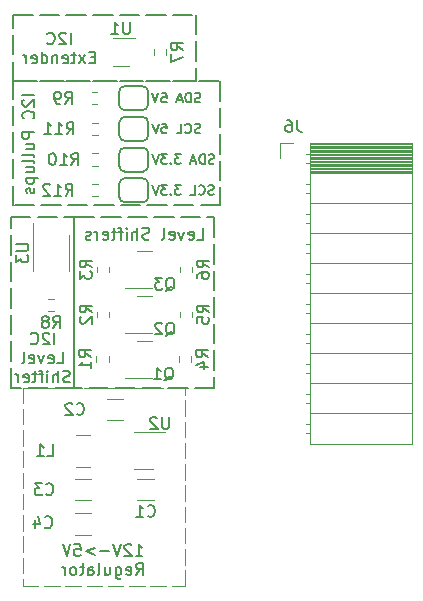
<source format=gbr>
%TF.GenerationSoftware,KiCad,Pcbnew,7.0.9*%
%TF.CreationDate,2024-02-09T11:23:59-05:00*%
%TF.ProjectId,BREAD_Loaf,42524541-445f-44c6-9f61-662e6b696361,rev?*%
%TF.SameCoordinates,PX2fdfdc0PY36746e0*%
%TF.FileFunction,Legend,Bot*%
%TF.FilePolarity,Positive*%
%FSLAX46Y46*%
G04 Gerber Fmt 4.6, Leading zero omitted, Abs format (unit mm)*
G04 Created by KiCad (PCBNEW 7.0.9) date 2024-02-09 11:23:59*
%MOMM*%
%LPD*%
G01*
G04 APERTURE LIST*
%ADD10C,0.150000*%
%ADD11C,0.120000*%
%ADD12C,0.152400*%
G04 APERTURE END LIST*
D10*
X11175000Y-34800000D02*
X12825000Y-34800000D01*
X13425000Y-34800000D02*
X15075000Y-34800000D01*
X15675000Y-34800000D02*
X17325000Y-34800000D01*
X17925000Y-34800000D02*
X19575000Y-34800000D01*
X20175000Y-34800000D02*
X21825000Y-34800000D01*
X22425000Y-34800000D02*
X23025000Y-34800000D01*
X23025000Y-34800000D02*
X23025000Y-36450000D01*
X23025000Y-37050000D02*
X23025000Y-38700000D01*
X23025000Y-39300000D02*
X23025000Y-40950000D01*
X23025000Y-41550000D02*
X23025000Y-43200000D01*
X23025000Y-43800000D02*
X23025000Y-45450000D01*
X23025000Y-46050000D02*
X23025000Y-47700000D01*
X23025000Y-48300000D02*
X23025000Y-49200000D01*
X23025000Y-49200000D02*
X21375000Y-49200000D01*
X20775000Y-49200000D02*
X19125000Y-49200000D01*
X18525000Y-49200000D02*
X16875000Y-49200000D01*
X16275000Y-49200000D02*
X14625000Y-49200000D01*
X14025000Y-49200000D02*
X12375000Y-49200000D01*
X11775000Y-49200000D02*
X11175000Y-49200000D01*
X11175000Y-49200000D02*
X11175000Y-47550000D01*
X11175000Y-46950000D02*
X11175000Y-45300000D01*
X11175000Y-44700000D02*
X11175000Y-43050000D01*
X11175000Y-42450000D02*
X11175000Y-40800000D01*
X11175000Y-40200000D02*
X11175000Y-38550000D01*
X11175000Y-37950000D02*
X11175000Y-36300000D01*
X11175000Y-35700000D02*
X11175000Y-34800000D01*
X6000000Y-17650000D02*
X7650000Y-17650000D01*
X8250000Y-17650000D02*
X9900000Y-17650000D01*
X10500000Y-17650000D02*
X12150000Y-17650000D01*
X12750000Y-17650000D02*
X14400000Y-17650000D01*
X15000000Y-17650000D02*
X16650000Y-17650000D01*
X17250000Y-17650000D02*
X18900000Y-17650000D01*
X19500000Y-17650000D02*
X21150000Y-17650000D01*
X21500000Y-17650000D02*
X21500000Y-19300000D01*
X21500000Y-19900000D02*
X21500000Y-21550000D01*
X21500000Y-22150000D02*
X21500000Y-23250000D01*
X21500000Y-23250000D02*
X19850000Y-23250000D01*
X19250000Y-23250000D02*
X17600000Y-23250000D01*
X17000000Y-23250000D02*
X15350000Y-23250000D01*
X14750000Y-23250000D02*
X13100000Y-23250000D01*
X12500000Y-23250000D02*
X10850000Y-23250000D01*
X10250000Y-23250000D02*
X8600000Y-23250000D01*
X8000000Y-23250000D02*
X6350000Y-23250000D01*
X6000000Y-23250000D02*
X6000000Y-21600000D01*
X6000000Y-21000000D02*
X6000000Y-19350000D01*
X6000000Y-18750000D02*
X6000000Y-17650000D01*
X5800000Y-34800000D02*
X7450000Y-34800000D01*
X8050000Y-34800000D02*
X9700000Y-34800000D01*
X10300000Y-34800000D02*
X11175000Y-34800000D01*
X11175000Y-34800000D02*
X11175000Y-36450000D01*
X11175000Y-37050000D02*
X11175000Y-38700000D01*
X11175000Y-39300000D02*
X11175000Y-40950000D01*
X11175000Y-41550000D02*
X11175000Y-43200000D01*
X11175000Y-43800000D02*
X11175000Y-45450000D01*
X11175000Y-46050000D02*
X11175000Y-47700000D01*
X11175000Y-48300000D02*
X11175000Y-49200000D01*
X11175000Y-49200000D02*
X9525000Y-49200000D01*
X8925000Y-49200000D02*
X7275000Y-49200000D01*
X6675000Y-49200000D02*
X5800000Y-49200000D01*
X5800000Y-49200000D02*
X5800000Y-47550000D01*
X5800000Y-46950000D02*
X5800000Y-45300000D01*
X5800000Y-44700000D02*
X5800000Y-43050000D01*
X5800000Y-42450000D02*
X5800000Y-40800000D01*
X5800000Y-40200000D02*
X5800000Y-38550000D01*
X5800000Y-37950000D02*
X5800000Y-36300000D01*
X5800000Y-35700000D02*
X5800000Y-34800000D01*
X21552382Y-36669819D02*
X22028572Y-36669819D01*
X22028572Y-36669819D02*
X22028572Y-35669819D01*
X20838096Y-36622200D02*
X20933334Y-36669819D01*
X20933334Y-36669819D02*
X21123810Y-36669819D01*
X21123810Y-36669819D02*
X21219048Y-36622200D01*
X21219048Y-36622200D02*
X21266667Y-36526961D01*
X21266667Y-36526961D02*
X21266667Y-36146009D01*
X21266667Y-36146009D02*
X21219048Y-36050771D01*
X21219048Y-36050771D02*
X21123810Y-36003152D01*
X21123810Y-36003152D02*
X20933334Y-36003152D01*
X20933334Y-36003152D02*
X20838096Y-36050771D01*
X20838096Y-36050771D02*
X20790477Y-36146009D01*
X20790477Y-36146009D02*
X20790477Y-36241247D01*
X20790477Y-36241247D02*
X21266667Y-36336485D01*
X20457143Y-36003152D02*
X20219048Y-36669819D01*
X20219048Y-36669819D02*
X19980953Y-36003152D01*
X19219048Y-36622200D02*
X19314286Y-36669819D01*
X19314286Y-36669819D02*
X19504762Y-36669819D01*
X19504762Y-36669819D02*
X19600000Y-36622200D01*
X19600000Y-36622200D02*
X19647619Y-36526961D01*
X19647619Y-36526961D02*
X19647619Y-36146009D01*
X19647619Y-36146009D02*
X19600000Y-36050771D01*
X19600000Y-36050771D02*
X19504762Y-36003152D01*
X19504762Y-36003152D02*
X19314286Y-36003152D01*
X19314286Y-36003152D02*
X19219048Y-36050771D01*
X19219048Y-36050771D02*
X19171429Y-36146009D01*
X19171429Y-36146009D02*
X19171429Y-36241247D01*
X19171429Y-36241247D02*
X19647619Y-36336485D01*
X18600000Y-36669819D02*
X18695238Y-36622200D01*
X18695238Y-36622200D02*
X18742857Y-36526961D01*
X18742857Y-36526961D02*
X18742857Y-35669819D01*
X17504761Y-36622200D02*
X17361904Y-36669819D01*
X17361904Y-36669819D02*
X17123809Y-36669819D01*
X17123809Y-36669819D02*
X17028571Y-36622200D01*
X17028571Y-36622200D02*
X16980952Y-36574580D01*
X16980952Y-36574580D02*
X16933333Y-36479342D01*
X16933333Y-36479342D02*
X16933333Y-36384104D01*
X16933333Y-36384104D02*
X16980952Y-36288866D01*
X16980952Y-36288866D02*
X17028571Y-36241247D01*
X17028571Y-36241247D02*
X17123809Y-36193628D01*
X17123809Y-36193628D02*
X17314285Y-36146009D01*
X17314285Y-36146009D02*
X17409523Y-36098390D01*
X17409523Y-36098390D02*
X17457142Y-36050771D01*
X17457142Y-36050771D02*
X17504761Y-35955533D01*
X17504761Y-35955533D02*
X17504761Y-35860295D01*
X17504761Y-35860295D02*
X17457142Y-35765057D01*
X17457142Y-35765057D02*
X17409523Y-35717438D01*
X17409523Y-35717438D02*
X17314285Y-35669819D01*
X17314285Y-35669819D02*
X17076190Y-35669819D01*
X17076190Y-35669819D02*
X16933333Y-35717438D01*
X16504761Y-36669819D02*
X16504761Y-35669819D01*
X16076190Y-36669819D02*
X16076190Y-36146009D01*
X16076190Y-36146009D02*
X16123809Y-36050771D01*
X16123809Y-36050771D02*
X16219047Y-36003152D01*
X16219047Y-36003152D02*
X16361904Y-36003152D01*
X16361904Y-36003152D02*
X16457142Y-36050771D01*
X16457142Y-36050771D02*
X16504761Y-36098390D01*
X15599999Y-36669819D02*
X15599999Y-36003152D01*
X15599999Y-35669819D02*
X15647618Y-35717438D01*
X15647618Y-35717438D02*
X15599999Y-35765057D01*
X15599999Y-35765057D02*
X15552380Y-35717438D01*
X15552380Y-35717438D02*
X15599999Y-35669819D01*
X15599999Y-35669819D02*
X15599999Y-35765057D01*
X15266666Y-36003152D02*
X14885714Y-36003152D01*
X15123809Y-36669819D02*
X15123809Y-35812676D01*
X15123809Y-35812676D02*
X15076190Y-35717438D01*
X15076190Y-35717438D02*
X14980952Y-35669819D01*
X14980952Y-35669819D02*
X14885714Y-35669819D01*
X14695237Y-36003152D02*
X14314285Y-36003152D01*
X14552380Y-35669819D02*
X14552380Y-36526961D01*
X14552380Y-36526961D02*
X14504761Y-36622200D01*
X14504761Y-36622200D02*
X14409523Y-36669819D01*
X14409523Y-36669819D02*
X14314285Y-36669819D01*
X13599999Y-36622200D02*
X13695237Y-36669819D01*
X13695237Y-36669819D02*
X13885713Y-36669819D01*
X13885713Y-36669819D02*
X13980951Y-36622200D01*
X13980951Y-36622200D02*
X14028570Y-36526961D01*
X14028570Y-36526961D02*
X14028570Y-36146009D01*
X14028570Y-36146009D02*
X13980951Y-36050771D01*
X13980951Y-36050771D02*
X13885713Y-36003152D01*
X13885713Y-36003152D02*
X13695237Y-36003152D01*
X13695237Y-36003152D02*
X13599999Y-36050771D01*
X13599999Y-36050771D02*
X13552380Y-36146009D01*
X13552380Y-36146009D02*
X13552380Y-36241247D01*
X13552380Y-36241247D02*
X14028570Y-36336485D01*
X13123808Y-36669819D02*
X13123808Y-36003152D01*
X13123808Y-36193628D02*
X13076189Y-36098390D01*
X13076189Y-36098390D02*
X13028570Y-36050771D01*
X13028570Y-36050771D02*
X12933332Y-36003152D01*
X12933332Y-36003152D02*
X12838094Y-36003152D01*
X12552379Y-36622200D02*
X12457141Y-36669819D01*
X12457141Y-36669819D02*
X12266665Y-36669819D01*
X12266665Y-36669819D02*
X12171427Y-36622200D01*
X12171427Y-36622200D02*
X12123808Y-36526961D01*
X12123808Y-36526961D02*
X12123808Y-36479342D01*
X12123808Y-36479342D02*
X12171427Y-36384104D01*
X12171427Y-36384104D02*
X12266665Y-36336485D01*
X12266665Y-36336485D02*
X12409522Y-36336485D01*
X12409522Y-36336485D02*
X12504760Y-36288866D01*
X12504760Y-36288866D02*
X12552379Y-36193628D01*
X12552379Y-36193628D02*
X12552379Y-36146009D01*
X12552379Y-36146009D02*
X12504760Y-36050771D01*
X12504760Y-36050771D02*
X12409522Y-36003152D01*
X12409522Y-36003152D02*
X12266665Y-36003152D01*
X12266665Y-36003152D02*
X12171427Y-36050771D01*
X6000000Y-23250000D02*
X7650000Y-23250000D01*
X8250000Y-23250000D02*
X9900000Y-23250000D01*
X10500000Y-23250000D02*
X12150000Y-23250000D01*
X12750000Y-23250000D02*
X14400000Y-23250000D01*
X15000000Y-23250000D02*
X16650000Y-23250000D01*
X17250000Y-23250000D02*
X18900000Y-23250000D01*
X19500000Y-23250000D02*
X21150000Y-23250000D01*
X21750000Y-23250000D02*
X23400000Y-23250000D01*
X23500000Y-23250000D02*
X23500000Y-24900000D01*
X23500000Y-25500000D02*
X23500000Y-27150000D01*
X23500000Y-27750000D02*
X23500000Y-29400000D01*
X23500000Y-30000000D02*
X23500000Y-31650000D01*
X23500000Y-32250000D02*
X23500000Y-33750000D01*
X23500000Y-33750000D02*
X21850000Y-33750000D01*
X21250000Y-33750000D02*
X19600000Y-33750000D01*
X19000000Y-33750000D02*
X17350000Y-33750000D01*
X16750000Y-33750000D02*
X15100000Y-33750000D01*
X14500000Y-33750000D02*
X12850000Y-33750000D01*
X12250000Y-33750000D02*
X10600000Y-33750000D01*
X10000000Y-33750000D02*
X8350000Y-33750000D01*
X7750000Y-33750000D02*
X6100000Y-33750000D01*
X6000000Y-33750000D02*
X6000000Y-32100000D01*
X6000000Y-31500000D02*
X6000000Y-29850000D01*
X6000000Y-29250000D02*
X6000000Y-27600000D01*
X6000000Y-27000000D02*
X6000000Y-25350000D01*
X6000000Y-24750000D02*
X6000000Y-23250000D01*
D11*
X20500000Y-49200000D02*
X19180000Y-49200000D01*
X18700000Y-49200000D02*
X17380000Y-49200000D01*
X16900000Y-49200000D02*
X15580000Y-49200000D01*
X15100000Y-49200000D02*
X13780000Y-49200000D01*
X13300000Y-49200000D02*
X11980000Y-49200000D01*
X11500000Y-49200000D02*
X10180000Y-49200000D01*
X9700000Y-49200000D02*
X8380000Y-49200000D01*
X7900000Y-49200000D02*
X6800000Y-49200000D01*
X6800000Y-49200000D02*
X6800000Y-50520000D01*
X6800000Y-51000000D02*
X6800000Y-52320000D01*
X6800000Y-52800000D02*
X6800000Y-54120000D01*
X6800000Y-54600000D02*
X6800000Y-55920000D01*
X6800000Y-56400000D02*
X6800000Y-57720000D01*
X6800000Y-58200000D02*
X6800000Y-59520000D01*
X6800000Y-60000000D02*
X6800000Y-61320000D01*
X6800000Y-61800000D02*
X6800000Y-63120000D01*
X6800000Y-63600000D02*
X6800000Y-64920000D01*
X6800000Y-65400000D02*
X6800000Y-66000000D01*
X6800000Y-66000000D02*
X8120000Y-66000000D01*
X8600000Y-66000000D02*
X9920000Y-66000000D01*
X10400000Y-66000000D02*
X11720000Y-66000000D01*
X12200000Y-66000000D02*
X13520000Y-66000000D01*
X14000000Y-66000000D02*
X15320000Y-66000000D01*
X15800000Y-66000000D02*
X17120000Y-66000000D01*
X17600000Y-66000000D02*
X18920000Y-66000000D01*
X19400000Y-66000000D02*
X20500000Y-66000000D01*
X20500000Y-66000000D02*
X20500000Y-64680000D01*
X20500000Y-64200000D02*
X20500000Y-62880000D01*
X20500000Y-62400000D02*
X20500000Y-61080000D01*
X20500000Y-60600000D02*
X20500000Y-59280000D01*
X20500000Y-58800000D02*
X20500000Y-57480000D01*
X20500000Y-57000000D02*
X20500000Y-55680000D01*
X20500000Y-55200000D02*
X20500000Y-53880000D01*
X20500000Y-53400000D02*
X20500000Y-52080000D01*
X20500000Y-51600000D02*
X20500000Y-50280000D01*
X20500000Y-49800000D02*
X20500000Y-49200000D01*
D10*
X21830365Y-25024200D02*
X21716079Y-25062295D01*
X21716079Y-25062295D02*
X21525603Y-25062295D01*
X21525603Y-25062295D02*
X21449412Y-25024200D01*
X21449412Y-25024200D02*
X21411317Y-24986104D01*
X21411317Y-24986104D02*
X21373222Y-24909914D01*
X21373222Y-24909914D02*
X21373222Y-24833723D01*
X21373222Y-24833723D02*
X21411317Y-24757533D01*
X21411317Y-24757533D02*
X21449412Y-24719438D01*
X21449412Y-24719438D02*
X21525603Y-24681342D01*
X21525603Y-24681342D02*
X21677984Y-24643247D01*
X21677984Y-24643247D02*
X21754174Y-24605152D01*
X21754174Y-24605152D02*
X21792269Y-24567057D01*
X21792269Y-24567057D02*
X21830365Y-24490866D01*
X21830365Y-24490866D02*
X21830365Y-24414676D01*
X21830365Y-24414676D02*
X21792269Y-24338485D01*
X21792269Y-24338485D02*
X21754174Y-24300390D01*
X21754174Y-24300390D02*
X21677984Y-24262295D01*
X21677984Y-24262295D02*
X21487507Y-24262295D01*
X21487507Y-24262295D02*
X21373222Y-24300390D01*
X21030364Y-25062295D02*
X21030364Y-24262295D01*
X21030364Y-24262295D02*
X20839888Y-24262295D01*
X20839888Y-24262295D02*
X20725602Y-24300390D01*
X20725602Y-24300390D02*
X20649412Y-24376580D01*
X20649412Y-24376580D02*
X20611317Y-24452771D01*
X20611317Y-24452771D02*
X20573221Y-24605152D01*
X20573221Y-24605152D02*
X20573221Y-24719438D01*
X20573221Y-24719438D02*
X20611317Y-24871819D01*
X20611317Y-24871819D02*
X20649412Y-24948009D01*
X20649412Y-24948009D02*
X20725602Y-25024200D01*
X20725602Y-25024200D02*
X20839888Y-25062295D01*
X20839888Y-25062295D02*
X21030364Y-25062295D01*
X20268460Y-24833723D02*
X19887507Y-24833723D01*
X20344650Y-25062295D02*
X20077983Y-24262295D01*
X20077983Y-24262295D02*
X19811317Y-25062295D01*
X18554174Y-24262295D02*
X18935126Y-24262295D01*
X18935126Y-24262295D02*
X18973222Y-24643247D01*
X18973222Y-24643247D02*
X18935126Y-24605152D01*
X18935126Y-24605152D02*
X18858936Y-24567057D01*
X18858936Y-24567057D02*
X18668460Y-24567057D01*
X18668460Y-24567057D02*
X18592269Y-24605152D01*
X18592269Y-24605152D02*
X18554174Y-24643247D01*
X18554174Y-24643247D02*
X18516079Y-24719438D01*
X18516079Y-24719438D02*
X18516079Y-24909914D01*
X18516079Y-24909914D02*
X18554174Y-24986104D01*
X18554174Y-24986104D02*
X18592269Y-25024200D01*
X18592269Y-25024200D02*
X18668460Y-25062295D01*
X18668460Y-25062295D02*
X18858936Y-25062295D01*
X18858936Y-25062295D02*
X18935126Y-25024200D01*
X18935126Y-25024200D02*
X18973222Y-24986104D01*
X18287507Y-24262295D02*
X18020840Y-25062295D01*
X18020840Y-25062295D02*
X17754174Y-24262295D01*
X9476189Y-45539819D02*
X9476189Y-44539819D01*
X9047618Y-44635057D02*
X8999999Y-44587438D01*
X8999999Y-44587438D02*
X8904761Y-44539819D01*
X8904761Y-44539819D02*
X8666666Y-44539819D01*
X8666666Y-44539819D02*
X8571428Y-44587438D01*
X8571428Y-44587438D02*
X8523809Y-44635057D01*
X8523809Y-44635057D02*
X8476190Y-44730295D01*
X8476190Y-44730295D02*
X8476190Y-44825533D01*
X8476190Y-44825533D02*
X8523809Y-44968390D01*
X8523809Y-44968390D02*
X9095237Y-45539819D01*
X9095237Y-45539819D02*
X8476190Y-45539819D01*
X7476190Y-45444580D02*
X7523809Y-45492200D01*
X7523809Y-45492200D02*
X7666666Y-45539819D01*
X7666666Y-45539819D02*
X7761904Y-45539819D01*
X7761904Y-45539819D02*
X7904761Y-45492200D01*
X7904761Y-45492200D02*
X7999999Y-45396961D01*
X7999999Y-45396961D02*
X8047618Y-45301723D01*
X8047618Y-45301723D02*
X8095237Y-45111247D01*
X8095237Y-45111247D02*
X8095237Y-44968390D01*
X8095237Y-44968390D02*
X8047618Y-44777914D01*
X8047618Y-44777914D02*
X7999999Y-44682676D01*
X7999999Y-44682676D02*
X7904761Y-44587438D01*
X7904761Y-44587438D02*
X7761904Y-44539819D01*
X7761904Y-44539819D02*
X7666666Y-44539819D01*
X7666666Y-44539819D02*
X7523809Y-44587438D01*
X7523809Y-44587438D02*
X7476190Y-44635057D01*
X9690476Y-47149819D02*
X10166666Y-47149819D01*
X10166666Y-47149819D02*
X10166666Y-46149819D01*
X8976190Y-47102200D02*
X9071428Y-47149819D01*
X9071428Y-47149819D02*
X9261904Y-47149819D01*
X9261904Y-47149819D02*
X9357142Y-47102200D01*
X9357142Y-47102200D02*
X9404761Y-47006961D01*
X9404761Y-47006961D02*
X9404761Y-46626009D01*
X9404761Y-46626009D02*
X9357142Y-46530771D01*
X9357142Y-46530771D02*
X9261904Y-46483152D01*
X9261904Y-46483152D02*
X9071428Y-46483152D01*
X9071428Y-46483152D02*
X8976190Y-46530771D01*
X8976190Y-46530771D02*
X8928571Y-46626009D01*
X8928571Y-46626009D02*
X8928571Y-46721247D01*
X8928571Y-46721247D02*
X9404761Y-46816485D01*
X8595237Y-46483152D02*
X8357142Y-47149819D01*
X8357142Y-47149819D02*
X8119047Y-46483152D01*
X7357142Y-47102200D02*
X7452380Y-47149819D01*
X7452380Y-47149819D02*
X7642856Y-47149819D01*
X7642856Y-47149819D02*
X7738094Y-47102200D01*
X7738094Y-47102200D02*
X7785713Y-47006961D01*
X7785713Y-47006961D02*
X7785713Y-46626009D01*
X7785713Y-46626009D02*
X7738094Y-46530771D01*
X7738094Y-46530771D02*
X7642856Y-46483152D01*
X7642856Y-46483152D02*
X7452380Y-46483152D01*
X7452380Y-46483152D02*
X7357142Y-46530771D01*
X7357142Y-46530771D02*
X7309523Y-46626009D01*
X7309523Y-46626009D02*
X7309523Y-46721247D01*
X7309523Y-46721247D02*
X7785713Y-46816485D01*
X6738094Y-47149819D02*
X6833332Y-47102200D01*
X6833332Y-47102200D02*
X6880951Y-47006961D01*
X6880951Y-47006961D02*
X6880951Y-46149819D01*
X10785714Y-48712200D02*
X10642857Y-48759819D01*
X10642857Y-48759819D02*
X10404762Y-48759819D01*
X10404762Y-48759819D02*
X10309524Y-48712200D01*
X10309524Y-48712200D02*
X10261905Y-48664580D01*
X10261905Y-48664580D02*
X10214286Y-48569342D01*
X10214286Y-48569342D02*
X10214286Y-48474104D01*
X10214286Y-48474104D02*
X10261905Y-48378866D01*
X10261905Y-48378866D02*
X10309524Y-48331247D01*
X10309524Y-48331247D02*
X10404762Y-48283628D01*
X10404762Y-48283628D02*
X10595238Y-48236009D01*
X10595238Y-48236009D02*
X10690476Y-48188390D01*
X10690476Y-48188390D02*
X10738095Y-48140771D01*
X10738095Y-48140771D02*
X10785714Y-48045533D01*
X10785714Y-48045533D02*
X10785714Y-47950295D01*
X10785714Y-47950295D02*
X10738095Y-47855057D01*
X10738095Y-47855057D02*
X10690476Y-47807438D01*
X10690476Y-47807438D02*
X10595238Y-47759819D01*
X10595238Y-47759819D02*
X10357143Y-47759819D01*
X10357143Y-47759819D02*
X10214286Y-47807438D01*
X9785714Y-48759819D02*
X9785714Y-47759819D01*
X9357143Y-48759819D02*
X9357143Y-48236009D01*
X9357143Y-48236009D02*
X9404762Y-48140771D01*
X9404762Y-48140771D02*
X9500000Y-48093152D01*
X9500000Y-48093152D02*
X9642857Y-48093152D01*
X9642857Y-48093152D02*
X9738095Y-48140771D01*
X9738095Y-48140771D02*
X9785714Y-48188390D01*
X8880952Y-48759819D02*
X8880952Y-48093152D01*
X8880952Y-47759819D02*
X8928571Y-47807438D01*
X8928571Y-47807438D02*
X8880952Y-47855057D01*
X8880952Y-47855057D02*
X8833333Y-47807438D01*
X8833333Y-47807438D02*
X8880952Y-47759819D01*
X8880952Y-47759819D02*
X8880952Y-47855057D01*
X8547619Y-48093152D02*
X8166667Y-48093152D01*
X8404762Y-48759819D02*
X8404762Y-47902676D01*
X8404762Y-47902676D02*
X8357143Y-47807438D01*
X8357143Y-47807438D02*
X8261905Y-47759819D01*
X8261905Y-47759819D02*
X8166667Y-47759819D01*
X7976190Y-48093152D02*
X7595238Y-48093152D01*
X7833333Y-47759819D02*
X7833333Y-48616961D01*
X7833333Y-48616961D02*
X7785714Y-48712200D01*
X7785714Y-48712200D02*
X7690476Y-48759819D01*
X7690476Y-48759819D02*
X7595238Y-48759819D01*
X6880952Y-48712200D02*
X6976190Y-48759819D01*
X6976190Y-48759819D02*
X7166666Y-48759819D01*
X7166666Y-48759819D02*
X7261904Y-48712200D01*
X7261904Y-48712200D02*
X7309523Y-48616961D01*
X7309523Y-48616961D02*
X7309523Y-48236009D01*
X7309523Y-48236009D02*
X7261904Y-48140771D01*
X7261904Y-48140771D02*
X7166666Y-48093152D01*
X7166666Y-48093152D02*
X6976190Y-48093152D01*
X6976190Y-48093152D02*
X6880952Y-48140771D01*
X6880952Y-48140771D02*
X6833333Y-48236009D01*
X6833333Y-48236009D02*
X6833333Y-48331247D01*
X6833333Y-48331247D02*
X7309523Y-48426485D01*
X6404761Y-48759819D02*
X6404761Y-48093152D01*
X6404761Y-48283628D02*
X6357142Y-48188390D01*
X6357142Y-48188390D02*
X6309523Y-48140771D01*
X6309523Y-48140771D02*
X6214285Y-48093152D01*
X6214285Y-48093152D02*
X6119047Y-48093152D01*
X16361904Y-63459819D02*
X16933332Y-63459819D01*
X16647618Y-63459819D02*
X16647618Y-62459819D01*
X16647618Y-62459819D02*
X16742856Y-62602676D01*
X16742856Y-62602676D02*
X16838094Y-62697914D01*
X16838094Y-62697914D02*
X16933332Y-62745533D01*
X15980951Y-62555057D02*
X15933332Y-62507438D01*
X15933332Y-62507438D02*
X15838094Y-62459819D01*
X15838094Y-62459819D02*
X15599999Y-62459819D01*
X15599999Y-62459819D02*
X15504761Y-62507438D01*
X15504761Y-62507438D02*
X15457142Y-62555057D01*
X15457142Y-62555057D02*
X15409523Y-62650295D01*
X15409523Y-62650295D02*
X15409523Y-62745533D01*
X15409523Y-62745533D02*
X15457142Y-62888390D01*
X15457142Y-62888390D02*
X16028570Y-63459819D01*
X16028570Y-63459819D02*
X15409523Y-63459819D01*
X15123808Y-62459819D02*
X14790475Y-63459819D01*
X14790475Y-63459819D02*
X14457142Y-62459819D01*
X14123808Y-63078866D02*
X13361904Y-63078866D01*
X12885713Y-62793152D02*
X12123809Y-63078866D01*
X12123809Y-63078866D02*
X12885713Y-63364580D01*
X11171428Y-62459819D02*
X11647618Y-62459819D01*
X11647618Y-62459819D02*
X11695237Y-62936009D01*
X11695237Y-62936009D02*
X11647618Y-62888390D01*
X11647618Y-62888390D02*
X11552380Y-62840771D01*
X11552380Y-62840771D02*
X11314285Y-62840771D01*
X11314285Y-62840771D02*
X11219047Y-62888390D01*
X11219047Y-62888390D02*
X11171428Y-62936009D01*
X11171428Y-62936009D02*
X11123809Y-63031247D01*
X11123809Y-63031247D02*
X11123809Y-63269342D01*
X11123809Y-63269342D02*
X11171428Y-63364580D01*
X11171428Y-63364580D02*
X11219047Y-63412200D01*
X11219047Y-63412200D02*
X11314285Y-63459819D01*
X11314285Y-63459819D02*
X11552380Y-63459819D01*
X11552380Y-63459819D02*
X11647618Y-63412200D01*
X11647618Y-63412200D02*
X11695237Y-63364580D01*
X10838094Y-62459819D02*
X10504761Y-63459819D01*
X10504761Y-63459819D02*
X10171428Y-62459819D01*
X16385715Y-65069819D02*
X16719048Y-64593628D01*
X16957143Y-65069819D02*
X16957143Y-64069819D01*
X16957143Y-64069819D02*
X16576191Y-64069819D01*
X16576191Y-64069819D02*
X16480953Y-64117438D01*
X16480953Y-64117438D02*
X16433334Y-64165057D01*
X16433334Y-64165057D02*
X16385715Y-64260295D01*
X16385715Y-64260295D02*
X16385715Y-64403152D01*
X16385715Y-64403152D02*
X16433334Y-64498390D01*
X16433334Y-64498390D02*
X16480953Y-64546009D01*
X16480953Y-64546009D02*
X16576191Y-64593628D01*
X16576191Y-64593628D02*
X16957143Y-64593628D01*
X15576191Y-65022200D02*
X15671429Y-65069819D01*
X15671429Y-65069819D02*
X15861905Y-65069819D01*
X15861905Y-65069819D02*
X15957143Y-65022200D01*
X15957143Y-65022200D02*
X16004762Y-64926961D01*
X16004762Y-64926961D02*
X16004762Y-64546009D01*
X16004762Y-64546009D02*
X15957143Y-64450771D01*
X15957143Y-64450771D02*
X15861905Y-64403152D01*
X15861905Y-64403152D02*
X15671429Y-64403152D01*
X15671429Y-64403152D02*
X15576191Y-64450771D01*
X15576191Y-64450771D02*
X15528572Y-64546009D01*
X15528572Y-64546009D02*
X15528572Y-64641247D01*
X15528572Y-64641247D02*
X16004762Y-64736485D01*
X14671429Y-64403152D02*
X14671429Y-65212676D01*
X14671429Y-65212676D02*
X14719048Y-65307914D01*
X14719048Y-65307914D02*
X14766667Y-65355533D01*
X14766667Y-65355533D02*
X14861905Y-65403152D01*
X14861905Y-65403152D02*
X15004762Y-65403152D01*
X15004762Y-65403152D02*
X15100000Y-65355533D01*
X14671429Y-65022200D02*
X14766667Y-65069819D01*
X14766667Y-65069819D02*
X14957143Y-65069819D01*
X14957143Y-65069819D02*
X15052381Y-65022200D01*
X15052381Y-65022200D02*
X15100000Y-64974580D01*
X15100000Y-64974580D02*
X15147619Y-64879342D01*
X15147619Y-64879342D02*
X15147619Y-64593628D01*
X15147619Y-64593628D02*
X15100000Y-64498390D01*
X15100000Y-64498390D02*
X15052381Y-64450771D01*
X15052381Y-64450771D02*
X14957143Y-64403152D01*
X14957143Y-64403152D02*
X14766667Y-64403152D01*
X14766667Y-64403152D02*
X14671429Y-64450771D01*
X13766667Y-64403152D02*
X13766667Y-65069819D01*
X14195238Y-64403152D02*
X14195238Y-64926961D01*
X14195238Y-64926961D02*
X14147619Y-65022200D01*
X14147619Y-65022200D02*
X14052381Y-65069819D01*
X14052381Y-65069819D02*
X13909524Y-65069819D01*
X13909524Y-65069819D02*
X13814286Y-65022200D01*
X13814286Y-65022200D02*
X13766667Y-64974580D01*
X13147619Y-65069819D02*
X13242857Y-65022200D01*
X13242857Y-65022200D02*
X13290476Y-64926961D01*
X13290476Y-64926961D02*
X13290476Y-64069819D01*
X12338095Y-65069819D02*
X12338095Y-64546009D01*
X12338095Y-64546009D02*
X12385714Y-64450771D01*
X12385714Y-64450771D02*
X12480952Y-64403152D01*
X12480952Y-64403152D02*
X12671428Y-64403152D01*
X12671428Y-64403152D02*
X12766666Y-64450771D01*
X12338095Y-65022200D02*
X12433333Y-65069819D01*
X12433333Y-65069819D02*
X12671428Y-65069819D01*
X12671428Y-65069819D02*
X12766666Y-65022200D01*
X12766666Y-65022200D02*
X12814285Y-64926961D01*
X12814285Y-64926961D02*
X12814285Y-64831723D01*
X12814285Y-64831723D02*
X12766666Y-64736485D01*
X12766666Y-64736485D02*
X12671428Y-64688866D01*
X12671428Y-64688866D02*
X12433333Y-64688866D01*
X12433333Y-64688866D02*
X12338095Y-64641247D01*
X12004761Y-64403152D02*
X11623809Y-64403152D01*
X11861904Y-64069819D02*
X11861904Y-64926961D01*
X11861904Y-64926961D02*
X11814285Y-65022200D01*
X11814285Y-65022200D02*
X11719047Y-65069819D01*
X11719047Y-65069819D02*
X11623809Y-65069819D01*
X11147618Y-65069819D02*
X11242856Y-65022200D01*
X11242856Y-65022200D02*
X11290475Y-64974580D01*
X11290475Y-64974580D02*
X11338094Y-64879342D01*
X11338094Y-64879342D02*
X11338094Y-64593628D01*
X11338094Y-64593628D02*
X11290475Y-64498390D01*
X11290475Y-64498390D02*
X11242856Y-64450771D01*
X11242856Y-64450771D02*
X11147618Y-64403152D01*
X11147618Y-64403152D02*
X11004761Y-64403152D01*
X11004761Y-64403152D02*
X10909523Y-64450771D01*
X10909523Y-64450771D02*
X10861904Y-64498390D01*
X10861904Y-64498390D02*
X10814285Y-64593628D01*
X10814285Y-64593628D02*
X10814285Y-64879342D01*
X10814285Y-64879342D02*
X10861904Y-64974580D01*
X10861904Y-64974580D02*
X10909523Y-65022200D01*
X10909523Y-65022200D02*
X11004761Y-65069819D01*
X11004761Y-65069819D02*
X11147618Y-65069819D01*
X10385713Y-65069819D02*
X10385713Y-64403152D01*
X10385713Y-64593628D02*
X10338094Y-64498390D01*
X10338094Y-64498390D02*
X10290475Y-64450771D01*
X10290475Y-64450771D02*
X10195237Y-64403152D01*
X10195237Y-64403152D02*
X10099999Y-64403152D01*
X22993922Y-30224200D02*
X22879636Y-30262295D01*
X22879636Y-30262295D02*
X22689160Y-30262295D01*
X22689160Y-30262295D02*
X22612969Y-30224200D01*
X22612969Y-30224200D02*
X22574874Y-30186104D01*
X22574874Y-30186104D02*
X22536779Y-30109914D01*
X22536779Y-30109914D02*
X22536779Y-30033723D01*
X22536779Y-30033723D02*
X22574874Y-29957533D01*
X22574874Y-29957533D02*
X22612969Y-29919438D01*
X22612969Y-29919438D02*
X22689160Y-29881342D01*
X22689160Y-29881342D02*
X22841541Y-29843247D01*
X22841541Y-29843247D02*
X22917731Y-29805152D01*
X22917731Y-29805152D02*
X22955826Y-29767057D01*
X22955826Y-29767057D02*
X22993922Y-29690866D01*
X22993922Y-29690866D02*
X22993922Y-29614676D01*
X22993922Y-29614676D02*
X22955826Y-29538485D01*
X22955826Y-29538485D02*
X22917731Y-29500390D01*
X22917731Y-29500390D02*
X22841541Y-29462295D01*
X22841541Y-29462295D02*
X22651064Y-29462295D01*
X22651064Y-29462295D02*
X22536779Y-29500390D01*
X22193921Y-30262295D02*
X22193921Y-29462295D01*
X22193921Y-29462295D02*
X22003445Y-29462295D01*
X22003445Y-29462295D02*
X21889159Y-29500390D01*
X21889159Y-29500390D02*
X21812969Y-29576580D01*
X21812969Y-29576580D02*
X21774874Y-29652771D01*
X21774874Y-29652771D02*
X21736778Y-29805152D01*
X21736778Y-29805152D02*
X21736778Y-29919438D01*
X21736778Y-29919438D02*
X21774874Y-30071819D01*
X21774874Y-30071819D02*
X21812969Y-30148009D01*
X21812969Y-30148009D02*
X21889159Y-30224200D01*
X21889159Y-30224200D02*
X22003445Y-30262295D01*
X22003445Y-30262295D02*
X22193921Y-30262295D01*
X21432017Y-30033723D02*
X21051064Y-30033723D01*
X21508207Y-30262295D02*
X21241540Y-29462295D01*
X21241540Y-29462295D02*
X20974874Y-30262295D01*
X20174874Y-29462295D02*
X19679636Y-29462295D01*
X19679636Y-29462295D02*
X19946302Y-29767057D01*
X19946302Y-29767057D02*
X19832017Y-29767057D01*
X19832017Y-29767057D02*
X19755826Y-29805152D01*
X19755826Y-29805152D02*
X19717731Y-29843247D01*
X19717731Y-29843247D02*
X19679636Y-29919438D01*
X19679636Y-29919438D02*
X19679636Y-30109914D01*
X19679636Y-30109914D02*
X19717731Y-30186104D01*
X19717731Y-30186104D02*
X19755826Y-30224200D01*
X19755826Y-30224200D02*
X19832017Y-30262295D01*
X19832017Y-30262295D02*
X20060588Y-30262295D01*
X20060588Y-30262295D02*
X20136779Y-30224200D01*
X20136779Y-30224200D02*
X20174874Y-30186104D01*
X19336778Y-30186104D02*
X19298683Y-30224200D01*
X19298683Y-30224200D02*
X19336778Y-30262295D01*
X19336778Y-30262295D02*
X19374874Y-30224200D01*
X19374874Y-30224200D02*
X19336778Y-30186104D01*
X19336778Y-30186104D02*
X19336778Y-30262295D01*
X19032017Y-29462295D02*
X18536779Y-29462295D01*
X18536779Y-29462295D02*
X18803445Y-29767057D01*
X18803445Y-29767057D02*
X18689160Y-29767057D01*
X18689160Y-29767057D02*
X18612969Y-29805152D01*
X18612969Y-29805152D02*
X18574874Y-29843247D01*
X18574874Y-29843247D02*
X18536779Y-29919438D01*
X18536779Y-29919438D02*
X18536779Y-30109914D01*
X18536779Y-30109914D02*
X18574874Y-30186104D01*
X18574874Y-30186104D02*
X18612969Y-30224200D01*
X18612969Y-30224200D02*
X18689160Y-30262295D01*
X18689160Y-30262295D02*
X18917731Y-30262295D01*
X18917731Y-30262295D02*
X18993922Y-30224200D01*
X18993922Y-30224200D02*
X19032017Y-30186104D01*
X18308207Y-29462295D02*
X18041540Y-30262295D01*
X18041540Y-30262295D02*
X17774874Y-29462295D01*
X22955827Y-32824200D02*
X22841541Y-32862295D01*
X22841541Y-32862295D02*
X22651065Y-32862295D01*
X22651065Y-32862295D02*
X22574874Y-32824200D01*
X22574874Y-32824200D02*
X22536779Y-32786104D01*
X22536779Y-32786104D02*
X22498684Y-32709914D01*
X22498684Y-32709914D02*
X22498684Y-32633723D01*
X22498684Y-32633723D02*
X22536779Y-32557533D01*
X22536779Y-32557533D02*
X22574874Y-32519438D01*
X22574874Y-32519438D02*
X22651065Y-32481342D01*
X22651065Y-32481342D02*
X22803446Y-32443247D01*
X22803446Y-32443247D02*
X22879636Y-32405152D01*
X22879636Y-32405152D02*
X22917731Y-32367057D01*
X22917731Y-32367057D02*
X22955827Y-32290866D01*
X22955827Y-32290866D02*
X22955827Y-32214676D01*
X22955827Y-32214676D02*
X22917731Y-32138485D01*
X22917731Y-32138485D02*
X22879636Y-32100390D01*
X22879636Y-32100390D02*
X22803446Y-32062295D01*
X22803446Y-32062295D02*
X22612969Y-32062295D01*
X22612969Y-32062295D02*
X22498684Y-32100390D01*
X21698683Y-32786104D02*
X21736779Y-32824200D01*
X21736779Y-32824200D02*
X21851064Y-32862295D01*
X21851064Y-32862295D02*
X21927255Y-32862295D01*
X21927255Y-32862295D02*
X22041541Y-32824200D01*
X22041541Y-32824200D02*
X22117731Y-32748009D01*
X22117731Y-32748009D02*
X22155826Y-32671819D01*
X22155826Y-32671819D02*
X22193922Y-32519438D01*
X22193922Y-32519438D02*
X22193922Y-32405152D01*
X22193922Y-32405152D02*
X22155826Y-32252771D01*
X22155826Y-32252771D02*
X22117731Y-32176580D01*
X22117731Y-32176580D02*
X22041541Y-32100390D01*
X22041541Y-32100390D02*
X21927255Y-32062295D01*
X21927255Y-32062295D02*
X21851064Y-32062295D01*
X21851064Y-32062295D02*
X21736779Y-32100390D01*
X21736779Y-32100390D02*
X21698683Y-32138485D01*
X20974874Y-32862295D02*
X21355826Y-32862295D01*
X21355826Y-32862295D02*
X21355826Y-32062295D01*
X20174874Y-32062295D02*
X19679636Y-32062295D01*
X19679636Y-32062295D02*
X19946302Y-32367057D01*
X19946302Y-32367057D02*
X19832017Y-32367057D01*
X19832017Y-32367057D02*
X19755826Y-32405152D01*
X19755826Y-32405152D02*
X19717731Y-32443247D01*
X19717731Y-32443247D02*
X19679636Y-32519438D01*
X19679636Y-32519438D02*
X19679636Y-32709914D01*
X19679636Y-32709914D02*
X19717731Y-32786104D01*
X19717731Y-32786104D02*
X19755826Y-32824200D01*
X19755826Y-32824200D02*
X19832017Y-32862295D01*
X19832017Y-32862295D02*
X20060588Y-32862295D01*
X20060588Y-32862295D02*
X20136779Y-32824200D01*
X20136779Y-32824200D02*
X20174874Y-32786104D01*
X19336778Y-32786104D02*
X19298683Y-32824200D01*
X19298683Y-32824200D02*
X19336778Y-32862295D01*
X19336778Y-32862295D02*
X19374874Y-32824200D01*
X19374874Y-32824200D02*
X19336778Y-32786104D01*
X19336778Y-32786104D02*
X19336778Y-32862295D01*
X19032017Y-32062295D02*
X18536779Y-32062295D01*
X18536779Y-32062295D02*
X18803445Y-32367057D01*
X18803445Y-32367057D02*
X18689160Y-32367057D01*
X18689160Y-32367057D02*
X18612969Y-32405152D01*
X18612969Y-32405152D02*
X18574874Y-32443247D01*
X18574874Y-32443247D02*
X18536779Y-32519438D01*
X18536779Y-32519438D02*
X18536779Y-32709914D01*
X18536779Y-32709914D02*
X18574874Y-32786104D01*
X18574874Y-32786104D02*
X18612969Y-32824200D01*
X18612969Y-32824200D02*
X18689160Y-32862295D01*
X18689160Y-32862295D02*
X18917731Y-32862295D01*
X18917731Y-32862295D02*
X18993922Y-32824200D01*
X18993922Y-32824200D02*
X19032017Y-32786104D01*
X18308207Y-32062295D02*
X18041540Y-32862295D01*
X18041540Y-32862295D02*
X17774874Y-32062295D01*
X7769819Y-24407142D02*
X6769819Y-24407142D01*
X6865057Y-24835713D02*
X6817438Y-24883332D01*
X6817438Y-24883332D02*
X6769819Y-24978570D01*
X6769819Y-24978570D02*
X6769819Y-25216665D01*
X6769819Y-25216665D02*
X6817438Y-25311903D01*
X6817438Y-25311903D02*
X6865057Y-25359522D01*
X6865057Y-25359522D02*
X6960295Y-25407141D01*
X6960295Y-25407141D02*
X7055533Y-25407141D01*
X7055533Y-25407141D02*
X7198390Y-25359522D01*
X7198390Y-25359522D02*
X7769819Y-24788094D01*
X7769819Y-24788094D02*
X7769819Y-25407141D01*
X7674580Y-26407141D02*
X7722200Y-26359522D01*
X7722200Y-26359522D02*
X7769819Y-26216665D01*
X7769819Y-26216665D02*
X7769819Y-26121427D01*
X7769819Y-26121427D02*
X7722200Y-25978570D01*
X7722200Y-25978570D02*
X7626961Y-25883332D01*
X7626961Y-25883332D02*
X7531723Y-25835713D01*
X7531723Y-25835713D02*
X7341247Y-25788094D01*
X7341247Y-25788094D02*
X7198390Y-25788094D01*
X7198390Y-25788094D02*
X7007914Y-25835713D01*
X7007914Y-25835713D02*
X6912676Y-25883332D01*
X6912676Y-25883332D02*
X6817438Y-25978570D01*
X6817438Y-25978570D02*
X6769819Y-26121427D01*
X6769819Y-26121427D02*
X6769819Y-26216665D01*
X6769819Y-26216665D02*
X6817438Y-26359522D01*
X6817438Y-26359522D02*
X6865057Y-26407141D01*
X7769819Y-27597618D02*
X6769819Y-27597618D01*
X6769819Y-27597618D02*
X6769819Y-27978570D01*
X6769819Y-27978570D02*
X6817438Y-28073808D01*
X6817438Y-28073808D02*
X6865057Y-28121427D01*
X6865057Y-28121427D02*
X6960295Y-28169046D01*
X6960295Y-28169046D02*
X7103152Y-28169046D01*
X7103152Y-28169046D02*
X7198390Y-28121427D01*
X7198390Y-28121427D02*
X7246009Y-28073808D01*
X7246009Y-28073808D02*
X7293628Y-27978570D01*
X7293628Y-27978570D02*
X7293628Y-27597618D01*
X7103152Y-29026189D02*
X7769819Y-29026189D01*
X7103152Y-28597618D02*
X7626961Y-28597618D01*
X7626961Y-28597618D02*
X7722200Y-28645237D01*
X7722200Y-28645237D02*
X7769819Y-28740475D01*
X7769819Y-28740475D02*
X7769819Y-28883332D01*
X7769819Y-28883332D02*
X7722200Y-28978570D01*
X7722200Y-28978570D02*
X7674580Y-29026189D01*
X7769819Y-29645237D02*
X7722200Y-29549999D01*
X7722200Y-29549999D02*
X7626961Y-29502380D01*
X7626961Y-29502380D02*
X6769819Y-29502380D01*
X7769819Y-30169047D02*
X7722200Y-30073809D01*
X7722200Y-30073809D02*
X7626961Y-30026190D01*
X7626961Y-30026190D02*
X6769819Y-30026190D01*
X7103152Y-30978571D02*
X7769819Y-30978571D01*
X7103152Y-30550000D02*
X7626961Y-30550000D01*
X7626961Y-30550000D02*
X7722200Y-30597619D01*
X7722200Y-30597619D02*
X7769819Y-30692857D01*
X7769819Y-30692857D02*
X7769819Y-30835714D01*
X7769819Y-30835714D02*
X7722200Y-30930952D01*
X7722200Y-30930952D02*
X7674580Y-30978571D01*
X7103152Y-31454762D02*
X8103152Y-31454762D01*
X7150771Y-31454762D02*
X7103152Y-31550000D01*
X7103152Y-31550000D02*
X7103152Y-31740476D01*
X7103152Y-31740476D02*
X7150771Y-31835714D01*
X7150771Y-31835714D02*
X7198390Y-31883333D01*
X7198390Y-31883333D02*
X7293628Y-31930952D01*
X7293628Y-31930952D02*
X7579342Y-31930952D01*
X7579342Y-31930952D02*
X7674580Y-31883333D01*
X7674580Y-31883333D02*
X7722200Y-31835714D01*
X7722200Y-31835714D02*
X7769819Y-31740476D01*
X7769819Y-31740476D02*
X7769819Y-31550000D01*
X7769819Y-31550000D02*
X7722200Y-31454762D01*
X7722200Y-32311905D02*
X7769819Y-32407143D01*
X7769819Y-32407143D02*
X7769819Y-32597619D01*
X7769819Y-32597619D02*
X7722200Y-32692857D01*
X7722200Y-32692857D02*
X7626961Y-32740476D01*
X7626961Y-32740476D02*
X7579342Y-32740476D01*
X7579342Y-32740476D02*
X7484104Y-32692857D01*
X7484104Y-32692857D02*
X7436485Y-32597619D01*
X7436485Y-32597619D02*
X7436485Y-32454762D01*
X7436485Y-32454762D02*
X7388866Y-32359524D01*
X7388866Y-32359524D02*
X7293628Y-32311905D01*
X7293628Y-32311905D02*
X7246009Y-32311905D01*
X7246009Y-32311905D02*
X7150771Y-32359524D01*
X7150771Y-32359524D02*
X7103152Y-32454762D01*
X7103152Y-32454762D02*
X7103152Y-32597619D01*
X7103152Y-32597619D02*
X7150771Y-32692857D01*
X10876189Y-20139819D02*
X10876189Y-19139819D01*
X10447618Y-19235057D02*
X10399999Y-19187438D01*
X10399999Y-19187438D02*
X10304761Y-19139819D01*
X10304761Y-19139819D02*
X10066666Y-19139819D01*
X10066666Y-19139819D02*
X9971428Y-19187438D01*
X9971428Y-19187438D02*
X9923809Y-19235057D01*
X9923809Y-19235057D02*
X9876190Y-19330295D01*
X9876190Y-19330295D02*
X9876190Y-19425533D01*
X9876190Y-19425533D02*
X9923809Y-19568390D01*
X9923809Y-19568390D02*
X10495237Y-20139819D01*
X10495237Y-20139819D02*
X9876190Y-20139819D01*
X8876190Y-20044580D02*
X8923809Y-20092200D01*
X8923809Y-20092200D02*
X9066666Y-20139819D01*
X9066666Y-20139819D02*
X9161904Y-20139819D01*
X9161904Y-20139819D02*
X9304761Y-20092200D01*
X9304761Y-20092200D02*
X9399999Y-19996961D01*
X9399999Y-19996961D02*
X9447618Y-19901723D01*
X9447618Y-19901723D02*
X9495237Y-19711247D01*
X9495237Y-19711247D02*
X9495237Y-19568390D01*
X9495237Y-19568390D02*
X9447618Y-19377914D01*
X9447618Y-19377914D02*
X9399999Y-19282676D01*
X9399999Y-19282676D02*
X9304761Y-19187438D01*
X9304761Y-19187438D02*
X9161904Y-19139819D01*
X9161904Y-19139819D02*
X9066666Y-19139819D01*
X9066666Y-19139819D02*
X8923809Y-19187438D01*
X8923809Y-19187438D02*
X8876190Y-19235057D01*
X12876190Y-21226009D02*
X12542857Y-21226009D01*
X12400000Y-21749819D02*
X12876190Y-21749819D01*
X12876190Y-21749819D02*
X12876190Y-20749819D01*
X12876190Y-20749819D02*
X12400000Y-20749819D01*
X12066666Y-21749819D02*
X11542857Y-21083152D01*
X12066666Y-21083152D02*
X11542857Y-21749819D01*
X11304761Y-21083152D02*
X10923809Y-21083152D01*
X11161904Y-20749819D02*
X11161904Y-21606961D01*
X11161904Y-21606961D02*
X11114285Y-21702200D01*
X11114285Y-21702200D02*
X11019047Y-21749819D01*
X11019047Y-21749819D02*
X10923809Y-21749819D01*
X10209523Y-21702200D02*
X10304761Y-21749819D01*
X10304761Y-21749819D02*
X10495237Y-21749819D01*
X10495237Y-21749819D02*
X10590475Y-21702200D01*
X10590475Y-21702200D02*
X10638094Y-21606961D01*
X10638094Y-21606961D02*
X10638094Y-21226009D01*
X10638094Y-21226009D02*
X10590475Y-21130771D01*
X10590475Y-21130771D02*
X10495237Y-21083152D01*
X10495237Y-21083152D02*
X10304761Y-21083152D01*
X10304761Y-21083152D02*
X10209523Y-21130771D01*
X10209523Y-21130771D02*
X10161904Y-21226009D01*
X10161904Y-21226009D02*
X10161904Y-21321247D01*
X10161904Y-21321247D02*
X10638094Y-21416485D01*
X9733332Y-21083152D02*
X9733332Y-21749819D01*
X9733332Y-21178390D02*
X9685713Y-21130771D01*
X9685713Y-21130771D02*
X9590475Y-21083152D01*
X9590475Y-21083152D02*
X9447618Y-21083152D01*
X9447618Y-21083152D02*
X9352380Y-21130771D01*
X9352380Y-21130771D02*
X9304761Y-21226009D01*
X9304761Y-21226009D02*
X9304761Y-21749819D01*
X8399999Y-21749819D02*
X8399999Y-20749819D01*
X8399999Y-21702200D02*
X8495237Y-21749819D01*
X8495237Y-21749819D02*
X8685713Y-21749819D01*
X8685713Y-21749819D02*
X8780951Y-21702200D01*
X8780951Y-21702200D02*
X8828570Y-21654580D01*
X8828570Y-21654580D02*
X8876189Y-21559342D01*
X8876189Y-21559342D02*
X8876189Y-21273628D01*
X8876189Y-21273628D02*
X8828570Y-21178390D01*
X8828570Y-21178390D02*
X8780951Y-21130771D01*
X8780951Y-21130771D02*
X8685713Y-21083152D01*
X8685713Y-21083152D02*
X8495237Y-21083152D01*
X8495237Y-21083152D02*
X8399999Y-21130771D01*
X7542856Y-21702200D02*
X7638094Y-21749819D01*
X7638094Y-21749819D02*
X7828570Y-21749819D01*
X7828570Y-21749819D02*
X7923808Y-21702200D01*
X7923808Y-21702200D02*
X7971427Y-21606961D01*
X7971427Y-21606961D02*
X7971427Y-21226009D01*
X7971427Y-21226009D02*
X7923808Y-21130771D01*
X7923808Y-21130771D02*
X7828570Y-21083152D01*
X7828570Y-21083152D02*
X7638094Y-21083152D01*
X7638094Y-21083152D02*
X7542856Y-21130771D01*
X7542856Y-21130771D02*
X7495237Y-21226009D01*
X7495237Y-21226009D02*
X7495237Y-21321247D01*
X7495237Y-21321247D02*
X7971427Y-21416485D01*
X7066665Y-21749819D02*
X7066665Y-21083152D01*
X7066665Y-21273628D02*
X7019046Y-21178390D01*
X7019046Y-21178390D02*
X6971427Y-21130771D01*
X6971427Y-21130771D02*
X6876189Y-21083152D01*
X6876189Y-21083152D02*
X6780951Y-21083152D01*
X21812970Y-27624200D02*
X21698684Y-27662295D01*
X21698684Y-27662295D02*
X21508208Y-27662295D01*
X21508208Y-27662295D02*
X21432017Y-27624200D01*
X21432017Y-27624200D02*
X21393922Y-27586104D01*
X21393922Y-27586104D02*
X21355827Y-27509914D01*
X21355827Y-27509914D02*
X21355827Y-27433723D01*
X21355827Y-27433723D02*
X21393922Y-27357533D01*
X21393922Y-27357533D02*
X21432017Y-27319438D01*
X21432017Y-27319438D02*
X21508208Y-27281342D01*
X21508208Y-27281342D02*
X21660589Y-27243247D01*
X21660589Y-27243247D02*
X21736779Y-27205152D01*
X21736779Y-27205152D02*
X21774874Y-27167057D01*
X21774874Y-27167057D02*
X21812970Y-27090866D01*
X21812970Y-27090866D02*
X21812970Y-27014676D01*
X21812970Y-27014676D02*
X21774874Y-26938485D01*
X21774874Y-26938485D02*
X21736779Y-26900390D01*
X21736779Y-26900390D02*
X21660589Y-26862295D01*
X21660589Y-26862295D02*
X21470112Y-26862295D01*
X21470112Y-26862295D02*
X21355827Y-26900390D01*
X20555826Y-27586104D02*
X20593922Y-27624200D01*
X20593922Y-27624200D02*
X20708207Y-27662295D01*
X20708207Y-27662295D02*
X20784398Y-27662295D01*
X20784398Y-27662295D02*
X20898684Y-27624200D01*
X20898684Y-27624200D02*
X20974874Y-27548009D01*
X20974874Y-27548009D02*
X21012969Y-27471819D01*
X21012969Y-27471819D02*
X21051065Y-27319438D01*
X21051065Y-27319438D02*
X21051065Y-27205152D01*
X21051065Y-27205152D02*
X21012969Y-27052771D01*
X21012969Y-27052771D02*
X20974874Y-26976580D01*
X20974874Y-26976580D02*
X20898684Y-26900390D01*
X20898684Y-26900390D02*
X20784398Y-26862295D01*
X20784398Y-26862295D02*
X20708207Y-26862295D01*
X20708207Y-26862295D02*
X20593922Y-26900390D01*
X20593922Y-26900390D02*
X20555826Y-26938485D01*
X19832017Y-27662295D02*
X20212969Y-27662295D01*
X20212969Y-27662295D02*
X20212969Y-26862295D01*
X18574874Y-26862295D02*
X18955826Y-26862295D01*
X18955826Y-26862295D02*
X18993922Y-27243247D01*
X18993922Y-27243247D02*
X18955826Y-27205152D01*
X18955826Y-27205152D02*
X18879636Y-27167057D01*
X18879636Y-27167057D02*
X18689160Y-27167057D01*
X18689160Y-27167057D02*
X18612969Y-27205152D01*
X18612969Y-27205152D02*
X18574874Y-27243247D01*
X18574874Y-27243247D02*
X18536779Y-27319438D01*
X18536779Y-27319438D02*
X18536779Y-27509914D01*
X18536779Y-27509914D02*
X18574874Y-27586104D01*
X18574874Y-27586104D02*
X18612969Y-27624200D01*
X18612969Y-27624200D02*
X18689160Y-27662295D01*
X18689160Y-27662295D02*
X18879636Y-27662295D01*
X18879636Y-27662295D02*
X18955826Y-27624200D01*
X18955826Y-27624200D02*
X18993922Y-27586104D01*
X18308207Y-26862295D02*
X18041540Y-27662295D01*
X18041540Y-27662295D02*
X17774874Y-26862295D01*
X30033333Y-26554819D02*
X30033333Y-27269104D01*
X30033333Y-27269104D02*
X30080952Y-27411961D01*
X30080952Y-27411961D02*
X30176190Y-27507200D01*
X30176190Y-27507200D02*
X30319047Y-27554819D01*
X30319047Y-27554819D02*
X30414285Y-27554819D01*
X29128571Y-26554819D02*
X29319047Y-26554819D01*
X29319047Y-26554819D02*
X29414285Y-26602438D01*
X29414285Y-26602438D02*
X29461904Y-26650057D01*
X29461904Y-26650057D02*
X29557142Y-26792914D01*
X29557142Y-26792914D02*
X29604761Y-26983390D01*
X29604761Y-26983390D02*
X29604761Y-27364342D01*
X29604761Y-27364342D02*
X29557142Y-27459580D01*
X29557142Y-27459580D02*
X29509523Y-27507200D01*
X29509523Y-27507200D02*
X29414285Y-27554819D01*
X29414285Y-27554819D02*
X29223809Y-27554819D01*
X29223809Y-27554819D02*
X29128571Y-27507200D01*
X29128571Y-27507200D02*
X29080952Y-27459580D01*
X29080952Y-27459580D02*
X29033333Y-27364342D01*
X29033333Y-27364342D02*
X29033333Y-27126247D01*
X29033333Y-27126247D02*
X29080952Y-27031009D01*
X29080952Y-27031009D02*
X29128571Y-26983390D01*
X29128571Y-26983390D02*
X29223809Y-26935771D01*
X29223809Y-26935771D02*
X29414285Y-26935771D01*
X29414285Y-26935771D02*
X29509523Y-26983390D01*
X29509523Y-26983390D02*
X29557142Y-27031009D01*
X29557142Y-27031009D02*
X29604761Y-27126247D01*
X22554819Y-42833333D02*
X22078628Y-42500000D01*
X22554819Y-42261905D02*
X21554819Y-42261905D01*
X21554819Y-42261905D02*
X21554819Y-42642857D01*
X21554819Y-42642857D02*
X21602438Y-42738095D01*
X21602438Y-42738095D02*
X21650057Y-42785714D01*
X21650057Y-42785714D02*
X21745295Y-42833333D01*
X21745295Y-42833333D02*
X21888152Y-42833333D01*
X21888152Y-42833333D02*
X21983390Y-42785714D01*
X21983390Y-42785714D02*
X22031009Y-42738095D01*
X22031009Y-42738095D02*
X22078628Y-42642857D01*
X22078628Y-42642857D02*
X22078628Y-42261905D01*
X21554819Y-43738095D02*
X21554819Y-43261905D01*
X21554819Y-43261905D02*
X22031009Y-43214286D01*
X22031009Y-43214286D02*
X21983390Y-43261905D01*
X21983390Y-43261905D02*
X21935771Y-43357143D01*
X21935771Y-43357143D02*
X21935771Y-43595238D01*
X21935771Y-43595238D02*
X21983390Y-43690476D01*
X21983390Y-43690476D02*
X22031009Y-43738095D01*
X22031009Y-43738095D02*
X22126247Y-43785714D01*
X22126247Y-43785714D02*
X22364342Y-43785714D01*
X22364342Y-43785714D02*
X22459580Y-43738095D01*
X22459580Y-43738095D02*
X22507200Y-43690476D01*
X22507200Y-43690476D02*
X22554819Y-43595238D01*
X22554819Y-43595238D02*
X22554819Y-43357143D01*
X22554819Y-43357143D02*
X22507200Y-43261905D01*
X22507200Y-43261905D02*
X22459580Y-43214286D01*
X22554819Y-39033333D02*
X22078628Y-38700000D01*
X22554819Y-38461905D02*
X21554819Y-38461905D01*
X21554819Y-38461905D02*
X21554819Y-38842857D01*
X21554819Y-38842857D02*
X21602438Y-38938095D01*
X21602438Y-38938095D02*
X21650057Y-38985714D01*
X21650057Y-38985714D02*
X21745295Y-39033333D01*
X21745295Y-39033333D02*
X21888152Y-39033333D01*
X21888152Y-39033333D02*
X21983390Y-38985714D01*
X21983390Y-38985714D02*
X22031009Y-38938095D01*
X22031009Y-38938095D02*
X22078628Y-38842857D01*
X22078628Y-38842857D02*
X22078628Y-38461905D01*
X21554819Y-39890476D02*
X21554819Y-39700000D01*
X21554819Y-39700000D02*
X21602438Y-39604762D01*
X21602438Y-39604762D02*
X21650057Y-39557143D01*
X21650057Y-39557143D02*
X21792914Y-39461905D01*
X21792914Y-39461905D02*
X21983390Y-39414286D01*
X21983390Y-39414286D02*
X22364342Y-39414286D01*
X22364342Y-39414286D02*
X22459580Y-39461905D01*
X22459580Y-39461905D02*
X22507200Y-39509524D01*
X22507200Y-39509524D02*
X22554819Y-39604762D01*
X22554819Y-39604762D02*
X22554819Y-39795238D01*
X22554819Y-39795238D02*
X22507200Y-39890476D01*
X22507200Y-39890476D02*
X22459580Y-39938095D01*
X22459580Y-39938095D02*
X22364342Y-39985714D01*
X22364342Y-39985714D02*
X22126247Y-39985714D01*
X22126247Y-39985714D02*
X22031009Y-39938095D01*
X22031009Y-39938095D02*
X21983390Y-39890476D01*
X21983390Y-39890476D02*
X21935771Y-39795238D01*
X21935771Y-39795238D02*
X21935771Y-39604762D01*
X21935771Y-39604762D02*
X21983390Y-39509524D01*
X21983390Y-39509524D02*
X22031009Y-39461905D01*
X22031009Y-39461905D02*
X22126247Y-39414286D01*
X18895238Y-44800057D02*
X18990476Y-44752438D01*
X18990476Y-44752438D02*
X19085714Y-44657200D01*
X19085714Y-44657200D02*
X19228571Y-44514342D01*
X19228571Y-44514342D02*
X19323809Y-44466723D01*
X19323809Y-44466723D02*
X19419047Y-44466723D01*
X19371428Y-44704819D02*
X19466666Y-44657200D01*
X19466666Y-44657200D02*
X19561904Y-44561961D01*
X19561904Y-44561961D02*
X19609523Y-44371485D01*
X19609523Y-44371485D02*
X19609523Y-44038152D01*
X19609523Y-44038152D02*
X19561904Y-43847676D01*
X19561904Y-43847676D02*
X19466666Y-43752438D01*
X19466666Y-43752438D02*
X19371428Y-43704819D01*
X19371428Y-43704819D02*
X19180952Y-43704819D01*
X19180952Y-43704819D02*
X19085714Y-43752438D01*
X19085714Y-43752438D02*
X18990476Y-43847676D01*
X18990476Y-43847676D02*
X18942857Y-44038152D01*
X18942857Y-44038152D02*
X18942857Y-44371485D01*
X18942857Y-44371485D02*
X18990476Y-44561961D01*
X18990476Y-44561961D02*
X19085714Y-44657200D01*
X19085714Y-44657200D02*
X19180952Y-44704819D01*
X19180952Y-44704819D02*
X19371428Y-44704819D01*
X18561904Y-43800057D02*
X18514285Y-43752438D01*
X18514285Y-43752438D02*
X18419047Y-43704819D01*
X18419047Y-43704819D02*
X18180952Y-43704819D01*
X18180952Y-43704819D02*
X18085714Y-43752438D01*
X18085714Y-43752438D02*
X18038095Y-43800057D01*
X18038095Y-43800057D02*
X17990476Y-43895295D01*
X17990476Y-43895295D02*
X17990476Y-43990533D01*
X17990476Y-43990533D02*
X18038095Y-44133390D01*
X18038095Y-44133390D02*
X18609523Y-44704819D01*
X18609523Y-44704819D02*
X17990476Y-44704819D01*
X10417857Y-32954819D02*
X10751190Y-32478628D01*
X10989285Y-32954819D02*
X10989285Y-31954819D01*
X10989285Y-31954819D02*
X10608333Y-31954819D01*
X10608333Y-31954819D02*
X10513095Y-32002438D01*
X10513095Y-32002438D02*
X10465476Y-32050057D01*
X10465476Y-32050057D02*
X10417857Y-32145295D01*
X10417857Y-32145295D02*
X10417857Y-32288152D01*
X10417857Y-32288152D02*
X10465476Y-32383390D01*
X10465476Y-32383390D02*
X10513095Y-32431009D01*
X10513095Y-32431009D02*
X10608333Y-32478628D01*
X10608333Y-32478628D02*
X10989285Y-32478628D01*
X9465476Y-32954819D02*
X10036904Y-32954819D01*
X9751190Y-32954819D02*
X9751190Y-31954819D01*
X9751190Y-31954819D02*
X9846428Y-32097676D01*
X9846428Y-32097676D02*
X9941666Y-32192914D01*
X9941666Y-32192914D02*
X10036904Y-32240533D01*
X9084523Y-32050057D02*
X9036904Y-32002438D01*
X9036904Y-32002438D02*
X8941666Y-31954819D01*
X8941666Y-31954819D02*
X8703571Y-31954819D01*
X8703571Y-31954819D02*
X8608333Y-32002438D01*
X8608333Y-32002438D02*
X8560714Y-32050057D01*
X8560714Y-32050057D02*
X8513095Y-32145295D01*
X8513095Y-32145295D02*
X8513095Y-32240533D01*
X8513095Y-32240533D02*
X8560714Y-32383390D01*
X8560714Y-32383390D02*
X9132142Y-32954819D01*
X9132142Y-32954819D02*
X8513095Y-32954819D01*
X18895238Y-41000057D02*
X18990476Y-40952438D01*
X18990476Y-40952438D02*
X19085714Y-40857200D01*
X19085714Y-40857200D02*
X19228571Y-40714342D01*
X19228571Y-40714342D02*
X19323809Y-40666723D01*
X19323809Y-40666723D02*
X19419047Y-40666723D01*
X19371428Y-40904819D02*
X19466666Y-40857200D01*
X19466666Y-40857200D02*
X19561904Y-40761961D01*
X19561904Y-40761961D02*
X19609523Y-40571485D01*
X19609523Y-40571485D02*
X19609523Y-40238152D01*
X19609523Y-40238152D02*
X19561904Y-40047676D01*
X19561904Y-40047676D02*
X19466666Y-39952438D01*
X19466666Y-39952438D02*
X19371428Y-39904819D01*
X19371428Y-39904819D02*
X19180952Y-39904819D01*
X19180952Y-39904819D02*
X19085714Y-39952438D01*
X19085714Y-39952438D02*
X18990476Y-40047676D01*
X18990476Y-40047676D02*
X18942857Y-40238152D01*
X18942857Y-40238152D02*
X18942857Y-40571485D01*
X18942857Y-40571485D02*
X18990476Y-40761961D01*
X18990476Y-40761961D02*
X19085714Y-40857200D01*
X19085714Y-40857200D02*
X19180952Y-40904819D01*
X19180952Y-40904819D02*
X19371428Y-40904819D01*
X18609523Y-39904819D02*
X17990476Y-39904819D01*
X17990476Y-39904819D02*
X18323809Y-40285771D01*
X18323809Y-40285771D02*
X18180952Y-40285771D01*
X18180952Y-40285771D02*
X18085714Y-40333390D01*
X18085714Y-40333390D02*
X18038095Y-40381009D01*
X18038095Y-40381009D02*
X17990476Y-40476247D01*
X17990476Y-40476247D02*
X17990476Y-40714342D01*
X17990476Y-40714342D02*
X18038095Y-40809580D01*
X18038095Y-40809580D02*
X18085714Y-40857200D01*
X18085714Y-40857200D02*
X18180952Y-40904819D01*
X18180952Y-40904819D02*
X18466666Y-40904819D01*
X18466666Y-40904819D02*
X18561904Y-40857200D01*
X18561904Y-40857200D02*
X18609523Y-40809580D01*
X12624819Y-42833333D02*
X12148628Y-42500000D01*
X12624819Y-42261905D02*
X11624819Y-42261905D01*
X11624819Y-42261905D02*
X11624819Y-42642857D01*
X11624819Y-42642857D02*
X11672438Y-42738095D01*
X11672438Y-42738095D02*
X11720057Y-42785714D01*
X11720057Y-42785714D02*
X11815295Y-42833333D01*
X11815295Y-42833333D02*
X11958152Y-42833333D01*
X11958152Y-42833333D02*
X12053390Y-42785714D01*
X12053390Y-42785714D02*
X12101009Y-42738095D01*
X12101009Y-42738095D02*
X12148628Y-42642857D01*
X12148628Y-42642857D02*
X12148628Y-42261905D01*
X11720057Y-43214286D02*
X11672438Y-43261905D01*
X11672438Y-43261905D02*
X11624819Y-43357143D01*
X11624819Y-43357143D02*
X11624819Y-43595238D01*
X11624819Y-43595238D02*
X11672438Y-43690476D01*
X11672438Y-43690476D02*
X11720057Y-43738095D01*
X11720057Y-43738095D02*
X11815295Y-43785714D01*
X11815295Y-43785714D02*
X11910533Y-43785714D01*
X11910533Y-43785714D02*
X12053390Y-43738095D01*
X12053390Y-43738095D02*
X12624819Y-43166667D01*
X12624819Y-43166667D02*
X12624819Y-43785714D01*
X10522157Y-27754819D02*
X10855490Y-27278628D01*
X11093585Y-27754819D02*
X11093585Y-26754819D01*
X11093585Y-26754819D02*
X10712633Y-26754819D01*
X10712633Y-26754819D02*
X10617395Y-26802438D01*
X10617395Y-26802438D02*
X10569776Y-26850057D01*
X10569776Y-26850057D02*
X10522157Y-26945295D01*
X10522157Y-26945295D02*
X10522157Y-27088152D01*
X10522157Y-27088152D02*
X10569776Y-27183390D01*
X10569776Y-27183390D02*
X10617395Y-27231009D01*
X10617395Y-27231009D02*
X10712633Y-27278628D01*
X10712633Y-27278628D02*
X11093585Y-27278628D01*
X9569776Y-27754819D02*
X10141204Y-27754819D01*
X9855490Y-27754819D02*
X9855490Y-26754819D01*
X9855490Y-26754819D02*
X9950728Y-26897676D01*
X9950728Y-26897676D02*
X10045966Y-26992914D01*
X10045966Y-26992914D02*
X10141204Y-27040533D01*
X8617395Y-27754819D02*
X9188823Y-27754819D01*
X8903109Y-27754819D02*
X8903109Y-26754819D01*
X8903109Y-26754819D02*
X8998347Y-26897676D01*
X8998347Y-26897676D02*
X9093585Y-26992914D01*
X9093585Y-26992914D02*
X9188823Y-27040533D01*
X22492319Y-46633333D02*
X22016128Y-46300000D01*
X22492319Y-46061905D02*
X21492319Y-46061905D01*
X21492319Y-46061905D02*
X21492319Y-46442857D01*
X21492319Y-46442857D02*
X21539938Y-46538095D01*
X21539938Y-46538095D02*
X21587557Y-46585714D01*
X21587557Y-46585714D02*
X21682795Y-46633333D01*
X21682795Y-46633333D02*
X21825652Y-46633333D01*
X21825652Y-46633333D02*
X21920890Y-46585714D01*
X21920890Y-46585714D02*
X21968509Y-46538095D01*
X21968509Y-46538095D02*
X22016128Y-46442857D01*
X22016128Y-46442857D02*
X22016128Y-46061905D01*
X21825652Y-47490476D02*
X22492319Y-47490476D01*
X21444700Y-47252381D02*
X22158985Y-47014286D01*
X22158985Y-47014286D02*
X22158985Y-47633333D01*
X10404566Y-25154819D02*
X10737899Y-24678628D01*
X10975994Y-25154819D02*
X10975994Y-24154819D01*
X10975994Y-24154819D02*
X10595042Y-24154819D01*
X10595042Y-24154819D02*
X10499804Y-24202438D01*
X10499804Y-24202438D02*
X10452185Y-24250057D01*
X10452185Y-24250057D02*
X10404566Y-24345295D01*
X10404566Y-24345295D02*
X10404566Y-24488152D01*
X10404566Y-24488152D02*
X10452185Y-24583390D01*
X10452185Y-24583390D02*
X10499804Y-24631009D01*
X10499804Y-24631009D02*
X10595042Y-24678628D01*
X10595042Y-24678628D02*
X10975994Y-24678628D01*
X9928375Y-25154819D02*
X9737899Y-25154819D01*
X9737899Y-25154819D02*
X9642661Y-25107200D01*
X9642661Y-25107200D02*
X9595042Y-25059580D01*
X9595042Y-25059580D02*
X9499804Y-24916723D01*
X9499804Y-24916723D02*
X9452185Y-24726247D01*
X9452185Y-24726247D02*
X9452185Y-24345295D01*
X9452185Y-24345295D02*
X9499804Y-24250057D01*
X9499804Y-24250057D02*
X9547423Y-24202438D01*
X9547423Y-24202438D02*
X9642661Y-24154819D01*
X9642661Y-24154819D02*
X9833137Y-24154819D01*
X9833137Y-24154819D02*
X9928375Y-24202438D01*
X9928375Y-24202438D02*
X9975994Y-24250057D01*
X9975994Y-24250057D02*
X10023613Y-24345295D01*
X10023613Y-24345295D02*
X10023613Y-24583390D01*
X10023613Y-24583390D02*
X9975994Y-24678628D01*
X9975994Y-24678628D02*
X9928375Y-24726247D01*
X9928375Y-24726247D02*
X9833137Y-24773866D01*
X9833137Y-24773866D02*
X9642661Y-24773866D01*
X9642661Y-24773866D02*
X9547423Y-24726247D01*
X9547423Y-24726247D02*
X9499804Y-24678628D01*
X9499804Y-24678628D02*
X9452185Y-24583390D01*
X11366666Y-51409580D02*
X11414285Y-51457200D01*
X11414285Y-51457200D02*
X11557142Y-51504819D01*
X11557142Y-51504819D02*
X11652380Y-51504819D01*
X11652380Y-51504819D02*
X11795237Y-51457200D01*
X11795237Y-51457200D02*
X11890475Y-51361961D01*
X11890475Y-51361961D02*
X11938094Y-51266723D01*
X11938094Y-51266723D02*
X11985713Y-51076247D01*
X11985713Y-51076247D02*
X11985713Y-50933390D01*
X11985713Y-50933390D02*
X11938094Y-50742914D01*
X11938094Y-50742914D02*
X11890475Y-50647676D01*
X11890475Y-50647676D02*
X11795237Y-50552438D01*
X11795237Y-50552438D02*
X11652380Y-50504819D01*
X11652380Y-50504819D02*
X11557142Y-50504819D01*
X11557142Y-50504819D02*
X11414285Y-50552438D01*
X11414285Y-50552438D02*
X11366666Y-50600057D01*
X10985713Y-50600057D02*
X10938094Y-50552438D01*
X10938094Y-50552438D02*
X10842856Y-50504819D01*
X10842856Y-50504819D02*
X10604761Y-50504819D01*
X10604761Y-50504819D02*
X10509523Y-50552438D01*
X10509523Y-50552438D02*
X10461904Y-50600057D01*
X10461904Y-50600057D02*
X10414285Y-50695295D01*
X10414285Y-50695295D02*
X10414285Y-50790533D01*
X10414285Y-50790533D02*
X10461904Y-50933390D01*
X10461904Y-50933390D02*
X11033332Y-51504819D01*
X11033332Y-51504819D02*
X10414285Y-51504819D01*
X12624819Y-39033333D02*
X12148628Y-38700000D01*
X12624819Y-38461905D02*
X11624819Y-38461905D01*
X11624819Y-38461905D02*
X11624819Y-38842857D01*
X11624819Y-38842857D02*
X11672438Y-38938095D01*
X11672438Y-38938095D02*
X11720057Y-38985714D01*
X11720057Y-38985714D02*
X11815295Y-39033333D01*
X11815295Y-39033333D02*
X11958152Y-39033333D01*
X11958152Y-39033333D02*
X12053390Y-38985714D01*
X12053390Y-38985714D02*
X12101009Y-38938095D01*
X12101009Y-38938095D02*
X12148628Y-38842857D01*
X12148628Y-38842857D02*
X12148628Y-38461905D01*
X11624819Y-39366667D02*
X11624819Y-39985714D01*
X11624819Y-39985714D02*
X12005771Y-39652381D01*
X12005771Y-39652381D02*
X12005771Y-39795238D01*
X12005771Y-39795238D02*
X12053390Y-39890476D01*
X12053390Y-39890476D02*
X12101009Y-39938095D01*
X12101009Y-39938095D02*
X12196247Y-39985714D01*
X12196247Y-39985714D02*
X12434342Y-39985714D01*
X12434342Y-39985714D02*
X12529580Y-39938095D01*
X12529580Y-39938095D02*
X12577200Y-39890476D01*
X12577200Y-39890476D02*
X12624819Y-39795238D01*
X12624819Y-39795238D02*
X12624819Y-39509524D01*
X12624819Y-39509524D02*
X12577200Y-39414286D01*
X12577200Y-39414286D02*
X12529580Y-39366667D01*
X8766666Y-58209580D02*
X8814285Y-58257200D01*
X8814285Y-58257200D02*
X8957142Y-58304819D01*
X8957142Y-58304819D02*
X9052380Y-58304819D01*
X9052380Y-58304819D02*
X9195237Y-58257200D01*
X9195237Y-58257200D02*
X9290475Y-58161961D01*
X9290475Y-58161961D02*
X9338094Y-58066723D01*
X9338094Y-58066723D02*
X9385713Y-57876247D01*
X9385713Y-57876247D02*
X9385713Y-57733390D01*
X9385713Y-57733390D02*
X9338094Y-57542914D01*
X9338094Y-57542914D02*
X9290475Y-57447676D01*
X9290475Y-57447676D02*
X9195237Y-57352438D01*
X9195237Y-57352438D02*
X9052380Y-57304819D01*
X9052380Y-57304819D02*
X8957142Y-57304819D01*
X8957142Y-57304819D02*
X8814285Y-57352438D01*
X8814285Y-57352438D02*
X8766666Y-57400057D01*
X8433332Y-57304819D02*
X7814285Y-57304819D01*
X7814285Y-57304819D02*
X8147618Y-57685771D01*
X8147618Y-57685771D02*
X8004761Y-57685771D01*
X8004761Y-57685771D02*
X7909523Y-57733390D01*
X7909523Y-57733390D02*
X7861904Y-57781009D01*
X7861904Y-57781009D02*
X7814285Y-57876247D01*
X7814285Y-57876247D02*
X7814285Y-58114342D01*
X7814285Y-58114342D02*
X7861904Y-58209580D01*
X7861904Y-58209580D02*
X7909523Y-58257200D01*
X7909523Y-58257200D02*
X8004761Y-58304819D01*
X8004761Y-58304819D02*
X8290475Y-58304819D01*
X8290475Y-58304819D02*
X8385713Y-58257200D01*
X8385713Y-58257200D02*
X8433332Y-58209580D01*
X17366666Y-60059580D02*
X17414285Y-60107200D01*
X17414285Y-60107200D02*
X17557142Y-60154819D01*
X17557142Y-60154819D02*
X17652380Y-60154819D01*
X17652380Y-60154819D02*
X17795237Y-60107200D01*
X17795237Y-60107200D02*
X17890475Y-60011961D01*
X17890475Y-60011961D02*
X17938094Y-59916723D01*
X17938094Y-59916723D02*
X17985713Y-59726247D01*
X17985713Y-59726247D02*
X17985713Y-59583390D01*
X17985713Y-59583390D02*
X17938094Y-59392914D01*
X17938094Y-59392914D02*
X17890475Y-59297676D01*
X17890475Y-59297676D02*
X17795237Y-59202438D01*
X17795237Y-59202438D02*
X17652380Y-59154819D01*
X17652380Y-59154819D02*
X17557142Y-59154819D01*
X17557142Y-59154819D02*
X17414285Y-59202438D01*
X17414285Y-59202438D02*
X17366666Y-59250057D01*
X16414285Y-60154819D02*
X16985713Y-60154819D01*
X16699999Y-60154819D02*
X16699999Y-59154819D01*
X16699999Y-59154819D02*
X16795237Y-59297676D01*
X16795237Y-59297676D02*
X16890475Y-59392914D01*
X16890475Y-59392914D02*
X16985713Y-59440533D01*
X12562319Y-46633333D02*
X12086128Y-46300000D01*
X12562319Y-46061905D02*
X11562319Y-46061905D01*
X11562319Y-46061905D02*
X11562319Y-46442857D01*
X11562319Y-46442857D02*
X11609938Y-46538095D01*
X11609938Y-46538095D02*
X11657557Y-46585714D01*
X11657557Y-46585714D02*
X11752795Y-46633333D01*
X11752795Y-46633333D02*
X11895652Y-46633333D01*
X11895652Y-46633333D02*
X11990890Y-46585714D01*
X11990890Y-46585714D02*
X12038509Y-46538095D01*
X12038509Y-46538095D02*
X12086128Y-46442857D01*
X12086128Y-46442857D02*
X12086128Y-46061905D01*
X12562319Y-47585714D02*
X12562319Y-47014286D01*
X12562319Y-47300000D02*
X11562319Y-47300000D01*
X11562319Y-47300000D02*
X11705176Y-47204762D01*
X11705176Y-47204762D02*
X11800414Y-47109524D01*
X11800414Y-47109524D02*
X11848033Y-47014286D01*
X8666666Y-61009580D02*
X8714285Y-61057200D01*
X8714285Y-61057200D02*
X8857142Y-61104819D01*
X8857142Y-61104819D02*
X8952380Y-61104819D01*
X8952380Y-61104819D02*
X9095237Y-61057200D01*
X9095237Y-61057200D02*
X9190475Y-60961961D01*
X9190475Y-60961961D02*
X9238094Y-60866723D01*
X9238094Y-60866723D02*
X9285713Y-60676247D01*
X9285713Y-60676247D02*
X9285713Y-60533390D01*
X9285713Y-60533390D02*
X9238094Y-60342914D01*
X9238094Y-60342914D02*
X9190475Y-60247676D01*
X9190475Y-60247676D02*
X9095237Y-60152438D01*
X9095237Y-60152438D02*
X8952380Y-60104819D01*
X8952380Y-60104819D02*
X8857142Y-60104819D01*
X8857142Y-60104819D02*
X8714285Y-60152438D01*
X8714285Y-60152438D02*
X8666666Y-60200057D01*
X7809523Y-60438152D02*
X7809523Y-61104819D01*
X8047618Y-60057200D02*
X8285713Y-60771485D01*
X8285713Y-60771485D02*
X7666666Y-60771485D01*
X19161904Y-51704819D02*
X19161904Y-52514342D01*
X19161904Y-52514342D02*
X19114285Y-52609580D01*
X19114285Y-52609580D02*
X19066666Y-52657200D01*
X19066666Y-52657200D02*
X18971428Y-52704819D01*
X18971428Y-52704819D02*
X18780952Y-52704819D01*
X18780952Y-52704819D02*
X18685714Y-52657200D01*
X18685714Y-52657200D02*
X18638095Y-52609580D01*
X18638095Y-52609580D02*
X18590476Y-52514342D01*
X18590476Y-52514342D02*
X18590476Y-51704819D01*
X18161904Y-51800057D02*
X18114285Y-51752438D01*
X18114285Y-51752438D02*
X18019047Y-51704819D01*
X18019047Y-51704819D02*
X17780952Y-51704819D01*
X17780952Y-51704819D02*
X17685714Y-51752438D01*
X17685714Y-51752438D02*
X17638095Y-51800057D01*
X17638095Y-51800057D02*
X17590476Y-51895295D01*
X17590476Y-51895295D02*
X17590476Y-51990533D01*
X17590476Y-51990533D02*
X17638095Y-52133390D01*
X17638095Y-52133390D02*
X18209523Y-52704819D01*
X18209523Y-52704819D02*
X17590476Y-52704819D01*
X15861904Y-18254819D02*
X15861904Y-19064342D01*
X15861904Y-19064342D02*
X15814285Y-19159580D01*
X15814285Y-19159580D02*
X15766666Y-19207200D01*
X15766666Y-19207200D02*
X15671428Y-19254819D01*
X15671428Y-19254819D02*
X15480952Y-19254819D01*
X15480952Y-19254819D02*
X15385714Y-19207200D01*
X15385714Y-19207200D02*
X15338095Y-19159580D01*
X15338095Y-19159580D02*
X15290476Y-19064342D01*
X15290476Y-19064342D02*
X15290476Y-18254819D01*
X14290476Y-19254819D02*
X14861904Y-19254819D01*
X14576190Y-19254819D02*
X14576190Y-18254819D01*
X14576190Y-18254819D02*
X14671428Y-18397676D01*
X14671428Y-18397676D02*
X14766666Y-18492914D01*
X14766666Y-18492914D02*
X14861904Y-18540533D01*
X6254819Y-37038095D02*
X7064342Y-37038095D01*
X7064342Y-37038095D02*
X7159580Y-37085714D01*
X7159580Y-37085714D02*
X7207200Y-37133333D01*
X7207200Y-37133333D02*
X7254819Y-37228571D01*
X7254819Y-37228571D02*
X7254819Y-37419047D01*
X7254819Y-37419047D02*
X7207200Y-37514285D01*
X7207200Y-37514285D02*
X7159580Y-37561904D01*
X7159580Y-37561904D02*
X7064342Y-37609523D01*
X7064342Y-37609523D02*
X6254819Y-37609523D01*
X6254819Y-37990476D02*
X6254819Y-38609523D01*
X6254819Y-38609523D02*
X6635771Y-38276190D01*
X6635771Y-38276190D02*
X6635771Y-38419047D01*
X6635771Y-38419047D02*
X6683390Y-38514285D01*
X6683390Y-38514285D02*
X6731009Y-38561904D01*
X6731009Y-38561904D02*
X6826247Y-38609523D01*
X6826247Y-38609523D02*
X7064342Y-38609523D01*
X7064342Y-38609523D02*
X7159580Y-38561904D01*
X7159580Y-38561904D02*
X7207200Y-38514285D01*
X7207200Y-38514285D02*
X7254819Y-38419047D01*
X7254819Y-38419047D02*
X7254819Y-38133333D01*
X7254819Y-38133333D02*
X7207200Y-38038095D01*
X7207200Y-38038095D02*
X7159580Y-37990476D01*
X20354819Y-20633333D02*
X19878628Y-20300000D01*
X20354819Y-20061905D02*
X19354819Y-20061905D01*
X19354819Y-20061905D02*
X19354819Y-20442857D01*
X19354819Y-20442857D02*
X19402438Y-20538095D01*
X19402438Y-20538095D02*
X19450057Y-20585714D01*
X19450057Y-20585714D02*
X19545295Y-20633333D01*
X19545295Y-20633333D02*
X19688152Y-20633333D01*
X19688152Y-20633333D02*
X19783390Y-20585714D01*
X19783390Y-20585714D02*
X19831009Y-20538095D01*
X19831009Y-20538095D02*
X19878628Y-20442857D01*
X19878628Y-20442857D02*
X19878628Y-20061905D01*
X19354819Y-20966667D02*
X19354819Y-21633333D01*
X19354819Y-21633333D02*
X20354819Y-21204762D01*
X10917857Y-30354819D02*
X11251190Y-29878628D01*
X11489285Y-30354819D02*
X11489285Y-29354819D01*
X11489285Y-29354819D02*
X11108333Y-29354819D01*
X11108333Y-29354819D02*
X11013095Y-29402438D01*
X11013095Y-29402438D02*
X10965476Y-29450057D01*
X10965476Y-29450057D02*
X10917857Y-29545295D01*
X10917857Y-29545295D02*
X10917857Y-29688152D01*
X10917857Y-29688152D02*
X10965476Y-29783390D01*
X10965476Y-29783390D02*
X11013095Y-29831009D01*
X11013095Y-29831009D02*
X11108333Y-29878628D01*
X11108333Y-29878628D02*
X11489285Y-29878628D01*
X9965476Y-30354819D02*
X10536904Y-30354819D01*
X10251190Y-30354819D02*
X10251190Y-29354819D01*
X10251190Y-29354819D02*
X10346428Y-29497676D01*
X10346428Y-29497676D02*
X10441666Y-29592914D01*
X10441666Y-29592914D02*
X10536904Y-29640533D01*
X9346428Y-29354819D02*
X9251190Y-29354819D01*
X9251190Y-29354819D02*
X9155952Y-29402438D01*
X9155952Y-29402438D02*
X9108333Y-29450057D01*
X9108333Y-29450057D02*
X9060714Y-29545295D01*
X9060714Y-29545295D02*
X9013095Y-29735771D01*
X9013095Y-29735771D02*
X9013095Y-29973866D01*
X9013095Y-29973866D02*
X9060714Y-30164342D01*
X9060714Y-30164342D02*
X9108333Y-30259580D01*
X9108333Y-30259580D02*
X9155952Y-30307200D01*
X9155952Y-30307200D02*
X9251190Y-30354819D01*
X9251190Y-30354819D02*
X9346428Y-30354819D01*
X9346428Y-30354819D02*
X9441666Y-30307200D01*
X9441666Y-30307200D02*
X9489285Y-30259580D01*
X9489285Y-30259580D02*
X9536904Y-30164342D01*
X9536904Y-30164342D02*
X9584523Y-29973866D01*
X9584523Y-29973866D02*
X9584523Y-29735771D01*
X9584523Y-29735771D02*
X9536904Y-29545295D01*
X9536904Y-29545295D02*
X9489285Y-29450057D01*
X9489285Y-29450057D02*
X9441666Y-29402438D01*
X9441666Y-29402438D02*
X9346428Y-29354819D01*
X9366666Y-44154819D02*
X9699999Y-43678628D01*
X9938094Y-44154819D02*
X9938094Y-43154819D01*
X9938094Y-43154819D02*
X9557142Y-43154819D01*
X9557142Y-43154819D02*
X9461904Y-43202438D01*
X9461904Y-43202438D02*
X9414285Y-43250057D01*
X9414285Y-43250057D02*
X9366666Y-43345295D01*
X9366666Y-43345295D02*
X9366666Y-43488152D01*
X9366666Y-43488152D02*
X9414285Y-43583390D01*
X9414285Y-43583390D02*
X9461904Y-43631009D01*
X9461904Y-43631009D02*
X9557142Y-43678628D01*
X9557142Y-43678628D02*
X9938094Y-43678628D01*
X8795237Y-43583390D02*
X8890475Y-43535771D01*
X8890475Y-43535771D02*
X8938094Y-43488152D01*
X8938094Y-43488152D02*
X8985713Y-43392914D01*
X8985713Y-43392914D02*
X8985713Y-43345295D01*
X8985713Y-43345295D02*
X8938094Y-43250057D01*
X8938094Y-43250057D02*
X8890475Y-43202438D01*
X8890475Y-43202438D02*
X8795237Y-43154819D01*
X8795237Y-43154819D02*
X8604761Y-43154819D01*
X8604761Y-43154819D02*
X8509523Y-43202438D01*
X8509523Y-43202438D02*
X8461904Y-43250057D01*
X8461904Y-43250057D02*
X8414285Y-43345295D01*
X8414285Y-43345295D02*
X8414285Y-43392914D01*
X8414285Y-43392914D02*
X8461904Y-43488152D01*
X8461904Y-43488152D02*
X8509523Y-43535771D01*
X8509523Y-43535771D02*
X8604761Y-43583390D01*
X8604761Y-43583390D02*
X8795237Y-43583390D01*
X8795237Y-43583390D02*
X8890475Y-43631009D01*
X8890475Y-43631009D02*
X8938094Y-43678628D01*
X8938094Y-43678628D02*
X8985713Y-43773866D01*
X8985713Y-43773866D02*
X8985713Y-43964342D01*
X8985713Y-43964342D02*
X8938094Y-44059580D01*
X8938094Y-44059580D02*
X8890475Y-44107200D01*
X8890475Y-44107200D02*
X8795237Y-44154819D01*
X8795237Y-44154819D02*
X8604761Y-44154819D01*
X8604761Y-44154819D02*
X8509523Y-44107200D01*
X8509523Y-44107200D02*
X8461904Y-44059580D01*
X8461904Y-44059580D02*
X8414285Y-43964342D01*
X8414285Y-43964342D02*
X8414285Y-43773866D01*
X8414285Y-43773866D02*
X8461904Y-43678628D01*
X8461904Y-43678628D02*
X8509523Y-43631009D01*
X8509523Y-43631009D02*
X8604761Y-43583390D01*
X8866666Y-55004819D02*
X9342856Y-55004819D01*
X9342856Y-55004819D02*
X9342856Y-54004819D01*
X8009523Y-55004819D02*
X8580951Y-55004819D01*
X8295237Y-55004819D02*
X8295237Y-54004819D01*
X8295237Y-54004819D02*
X8390475Y-54147676D01*
X8390475Y-54147676D02*
X8485713Y-54242914D01*
X8485713Y-54242914D02*
X8580951Y-54290533D01*
X18795238Y-48600057D02*
X18890476Y-48552438D01*
X18890476Y-48552438D02*
X18985714Y-48457200D01*
X18985714Y-48457200D02*
X19128571Y-48314342D01*
X19128571Y-48314342D02*
X19223809Y-48266723D01*
X19223809Y-48266723D02*
X19319047Y-48266723D01*
X19271428Y-48504819D02*
X19366666Y-48457200D01*
X19366666Y-48457200D02*
X19461904Y-48361961D01*
X19461904Y-48361961D02*
X19509523Y-48171485D01*
X19509523Y-48171485D02*
X19509523Y-47838152D01*
X19509523Y-47838152D02*
X19461904Y-47647676D01*
X19461904Y-47647676D02*
X19366666Y-47552438D01*
X19366666Y-47552438D02*
X19271428Y-47504819D01*
X19271428Y-47504819D02*
X19080952Y-47504819D01*
X19080952Y-47504819D02*
X18985714Y-47552438D01*
X18985714Y-47552438D02*
X18890476Y-47647676D01*
X18890476Y-47647676D02*
X18842857Y-47838152D01*
X18842857Y-47838152D02*
X18842857Y-48171485D01*
X18842857Y-48171485D02*
X18890476Y-48361961D01*
X18890476Y-48361961D02*
X18985714Y-48457200D01*
X18985714Y-48457200D02*
X19080952Y-48504819D01*
X19080952Y-48504819D02*
X19271428Y-48504819D01*
X17890476Y-48504819D02*
X18461904Y-48504819D01*
X18176190Y-48504819D02*
X18176190Y-47504819D01*
X18176190Y-47504819D02*
X18271428Y-47647676D01*
X18271428Y-47647676D02*
X18366666Y-47742914D01*
X18366666Y-47742914D02*
X18461904Y-47790533D01*
D11*
%TO.C,J6*%
X39790000Y-53990000D02*
X31160000Y-53990000D01*
X39790000Y-51390000D02*
X31160000Y-51390000D01*
X39790000Y-48850000D02*
X31160000Y-48850000D01*
X39790000Y-46310000D02*
X31160000Y-46310000D01*
X39790000Y-43770000D02*
X31160000Y-43770000D01*
X39790000Y-41230000D02*
X31160000Y-41230000D01*
X39790000Y-38690000D02*
X31160000Y-38690000D01*
X39790000Y-36150000D02*
X31160000Y-36150000D01*
X39790000Y-33610000D02*
X31160000Y-33610000D01*
X39790000Y-31070000D02*
X31160000Y-31070000D01*
X39790000Y-30951900D02*
X31160000Y-30951900D01*
X39790000Y-30833805D02*
X31160000Y-30833805D01*
X39790000Y-30715710D02*
X31160000Y-30715710D01*
X39790000Y-30597615D02*
X31160000Y-30597615D01*
X39790000Y-30479520D02*
X31160000Y-30479520D01*
X39790000Y-30361425D02*
X31160000Y-30361425D01*
X39790000Y-30243330D02*
X31160000Y-30243330D01*
X39790000Y-30125235D02*
X31160000Y-30125235D01*
X39790000Y-30007140D02*
X31160000Y-30007140D01*
X39790000Y-29889045D02*
X31160000Y-29889045D01*
X39790000Y-29770950D02*
X31160000Y-29770950D01*
X39790000Y-29652855D02*
X31160000Y-29652855D01*
X39790000Y-29534760D02*
X31160000Y-29534760D01*
X39790000Y-29416665D02*
X31160000Y-29416665D01*
X39790000Y-29298570D02*
X31160000Y-29298570D01*
X39790000Y-29180475D02*
X31160000Y-29180475D01*
X39790000Y-29062380D02*
X31160000Y-29062380D01*
X39790000Y-28944285D02*
X31160000Y-28944285D01*
X39790000Y-28826190D02*
X31160000Y-28826190D01*
X39790000Y-28708095D02*
X31160000Y-28708095D01*
X39790000Y-28590000D02*
X31160000Y-28590000D01*
X39790000Y-28470000D02*
X39790000Y-53990000D01*
X39790000Y-28470000D02*
X31160000Y-28470000D01*
X31160000Y-53020000D02*
X30750000Y-53020000D01*
X31160000Y-52300000D02*
X30750000Y-52300000D01*
X31160000Y-50480000D02*
X30750000Y-50480000D01*
X31160000Y-49760000D02*
X30750000Y-49760000D01*
X31160000Y-47940000D02*
X30750000Y-47940000D01*
X31160000Y-47220000D02*
X30750000Y-47220000D01*
X31160000Y-45400000D02*
X30750000Y-45400000D01*
X31160000Y-44680000D02*
X30750000Y-44680000D01*
X31160000Y-42860000D02*
X30750000Y-42860000D01*
X31160000Y-42140000D02*
X30750000Y-42140000D01*
X31160000Y-40320000D02*
X30750000Y-40320000D01*
X31160000Y-39600000D02*
X30750000Y-39600000D01*
X31160000Y-37780000D02*
X30750000Y-37780000D01*
X31160000Y-37060000D02*
X30750000Y-37060000D01*
X31160000Y-35240000D02*
X30750000Y-35240000D01*
X31160000Y-34520000D02*
X30750000Y-34520000D01*
X31160000Y-32700000D02*
X30750000Y-32700000D01*
X31160000Y-31980000D02*
X30750000Y-31980000D01*
X31160000Y-30160000D02*
X30810000Y-30160000D01*
X31160000Y-29440000D02*
X30810000Y-29440000D01*
X31160000Y-28470000D02*
X31160000Y-53990000D01*
X29700000Y-28470000D02*
X28590000Y-28470000D01*
X28590000Y-28470000D02*
X28590000Y-29800000D01*
D12*
%TO.C,JP3*%
X14980800Y-29341200D02*
X14980800Y-30458800D01*
X15438000Y-30916000D02*
X16962000Y-30916000D01*
X16962000Y-28884000D02*
X15438000Y-28884000D01*
X17419200Y-29341200D02*
X17419200Y-30458800D01*
X15438000Y-28884000D02*
G75*
G03*
X14980800Y-29341200I1J-457201D01*
G01*
X14980800Y-30458800D02*
G75*
G03*
X15438000Y-30916000I457201J1D01*
G01*
X17419200Y-29341200D02*
G75*
G03*
X16962000Y-28884000I-457200J0D01*
G01*
X16962000Y-30916000D02*
G75*
G03*
X17419200Y-30458800I0J457200D01*
G01*
D11*
%TO.C,R5*%
X21122500Y-42762742D02*
X21122500Y-43237258D01*
X20077500Y-42762742D02*
X20077500Y-43237258D01*
D12*
%TO.C,JP2*%
X16962000Y-28316000D02*
G75*
G03*
X17419200Y-27858800I0J457200D01*
G01*
X17419200Y-26741200D02*
G75*
G03*
X16962000Y-26284000I-457200J0D01*
G01*
X14980800Y-27858800D02*
G75*
G03*
X15438000Y-28316000I457201J1D01*
G01*
X15438000Y-26284000D02*
G75*
G03*
X14980800Y-26741200I1J-457201D01*
G01*
X17419200Y-26741200D02*
X17419200Y-27858800D01*
X16962000Y-26284000D02*
X15438000Y-26284000D01*
X15438000Y-28316000D02*
X16962000Y-28316000D01*
X14980800Y-26741200D02*
X14980800Y-27858800D01*
%TO.C,JP1*%
X16941300Y-25716000D02*
G75*
G03*
X17398500Y-25258800I0J457200D01*
G01*
X17398500Y-24141200D02*
G75*
G03*
X16941300Y-23684000I-457200J0D01*
G01*
X14960100Y-25258800D02*
G75*
G03*
X15417300Y-25716000I457201J1D01*
G01*
X15417300Y-23684000D02*
G75*
G03*
X14960100Y-24141200I1J-457201D01*
G01*
X17398500Y-24141200D02*
X17398500Y-25258800D01*
X16941300Y-23684000D02*
X15417300Y-23684000D01*
X15417300Y-25716000D02*
X16941300Y-25716000D01*
X14960100Y-24141200D02*
X14960100Y-25258800D01*
D11*
%TO.C,R6*%
X20077500Y-38962742D02*
X20077500Y-39437258D01*
X21122500Y-38962742D02*
X21122500Y-39437258D01*
%TO.C,Q2*%
X17100000Y-41440000D02*
X16450000Y-41440000D01*
X17100000Y-41440000D02*
X17750000Y-41440000D01*
X17100000Y-44560000D02*
X15425000Y-44560000D01*
X17100000Y-44560000D02*
X17750000Y-44560000D01*
%TO.C,R12*%
X12662742Y-31977500D02*
X13137258Y-31977500D01*
X12662742Y-33022500D02*
X13137258Y-33022500D01*
%TO.C,Q3*%
X17100000Y-40760000D02*
X17750000Y-40760000D01*
X17100000Y-40760000D02*
X15425000Y-40760000D01*
X17100000Y-37640000D02*
X17750000Y-37640000D01*
X17100000Y-37640000D02*
X16450000Y-37640000D01*
%TO.C,R2*%
X14122500Y-42762742D02*
X14122500Y-43237258D01*
X13077500Y-42762742D02*
X13077500Y-43237258D01*
%TO.C,R11*%
X12662742Y-27822500D02*
X13137258Y-27822500D01*
X12662742Y-26777500D02*
X13137258Y-26777500D01*
%TO.C,R4*%
X21060000Y-46562742D02*
X21060000Y-47037258D01*
X20015000Y-46562742D02*
X20015000Y-47037258D01*
%TO.C,R9*%
X12621342Y-25222500D02*
X13095858Y-25222500D01*
X12621342Y-24177500D02*
X13095858Y-24177500D01*
%TO.C,C2*%
X13888748Y-50140000D02*
X15311252Y-50140000D01*
X13888748Y-51960000D02*
X15311252Y-51960000D01*
%TO.C,R3*%
X13077500Y-38962742D02*
X13077500Y-39437258D01*
X14122500Y-38962742D02*
X14122500Y-39437258D01*
%TO.C,C3*%
X12611252Y-58760000D02*
X11188748Y-58760000D01*
X12611252Y-56940000D02*
X11188748Y-56940000D01*
%TO.C,C1*%
X16488748Y-56940000D02*
X17911252Y-56940000D01*
X16488748Y-58760000D02*
X17911252Y-58760000D01*
%TO.C,R1*%
X14060000Y-46562742D02*
X14060000Y-47037258D01*
X13015000Y-46562742D02*
X13015000Y-47037258D01*
%TO.C,C4*%
X12611252Y-61660000D02*
X11188748Y-61660000D01*
X12611252Y-59840000D02*
X11188748Y-59840000D01*
%TO.C,U2*%
X17000000Y-56110000D02*
X17800000Y-56110000D01*
X17000000Y-56110000D02*
X16200000Y-56110000D01*
X17000000Y-52990000D02*
X18800000Y-52990000D01*
X17000000Y-52990000D02*
X16200000Y-52990000D01*
%TO.C,U1*%
X15800000Y-21960000D02*
X14400000Y-21960000D01*
X14400000Y-19640000D02*
X16300000Y-19640000D01*
%TO.C,U3*%
X10700000Y-39300000D02*
X10700000Y-36300000D01*
X7700000Y-39300000D02*
X7700000Y-35300000D01*
D12*
%TO.C,JP4*%
X14980800Y-31941200D02*
X14980800Y-33058800D01*
X15438000Y-33516000D02*
X16962000Y-33516000D01*
X16962000Y-31484000D02*
X15438000Y-31484000D01*
X17419200Y-31941200D02*
X17419200Y-33058800D01*
X15438000Y-31484000D02*
G75*
G03*
X14980800Y-31941200I1J-457201D01*
G01*
X14980800Y-33058800D02*
G75*
G03*
X15438000Y-33516000I457201J1D01*
G01*
X17419200Y-31941200D02*
G75*
G03*
X16962000Y-31484000I-457200J0D01*
G01*
X16962000Y-33516000D02*
G75*
G03*
X17419200Y-33058800I0J457200D01*
G01*
D11*
%TO.C,R7*%
X18922500Y-20562742D02*
X18922500Y-21037258D01*
X17877500Y-20562742D02*
X17877500Y-21037258D01*
%TO.C,R10*%
X12662742Y-29377500D02*
X13137258Y-29377500D01*
X12662742Y-30422500D02*
X13137258Y-30422500D01*
%TO.C,R8*%
X9437258Y-42722500D02*
X8962742Y-42722500D01*
X9437258Y-41677500D02*
X8962742Y-41677500D01*
%TO.C,L1*%
X12502064Y-55910000D02*
X11297936Y-55910000D01*
X12502064Y-53190000D02*
X11297936Y-53190000D01*
%TO.C,Q1*%
X17100000Y-45240000D02*
X16450000Y-45240000D01*
X17100000Y-45240000D02*
X17750000Y-45240000D01*
X17100000Y-48360000D02*
X15425000Y-48360000D01*
X17100000Y-48360000D02*
X17750000Y-48360000D01*
%TD*%
M02*

</source>
